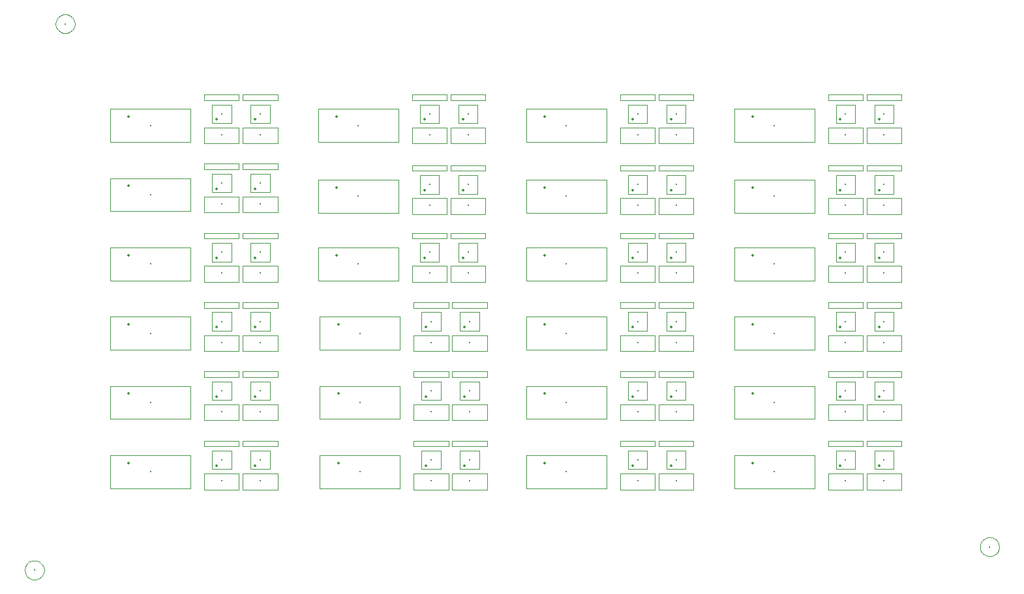
<source format=gbr>
%TF.GenerationSoftware,KiCad,Pcbnew,(7.0.0)*%
%TF.CreationDate,2023-04-04T10:04:00-04:00*%
%TF.ProjectId,bracket-led,62726163-6b65-4742-9d6c-65642e6b6963,A*%
%TF.SameCoordinates,Original*%
%TF.FileFunction,Component,L1,Top*%
%TF.FilePolarity,Positive*%
%FSLAX46Y46*%
G04 Gerber Fmt 4.6, Leading zero omitted, Abs format (unit mm)*
G04 Created by KiCad (PCBNEW (7.0.0)) date 2023-04-04 10:04:00*
%MOMM*%
%LPD*%
G01*
G04 APERTURE LIST*
%TA.AperFunction,ComponentMain*%
%ADD10C,0.300000*%
%TD*%
%TA.AperFunction,ComponentOutline,Courtyard*%
%ADD11C,0.100000*%
%TD*%
%TA.AperFunction,ComponentPin*%
%ADD12C,0.000000*%
%TD*%
%TA.AperFunction,ComponentPin*%
%ADD13P,0.360000X4X0.000000*%
%TD*%
G04 APERTURE END LIST*
D10*
%TO.C,"H2"*%
%TO.CFtp,"BIVAR_SLP3-150-100-R"*%
%TO.CVal,"SLP3-150-100-R"*%
%TO.CLbN,"Open Ephys"*%
%TO.CMnt,SMD*%
%TO.CRot,180*%
X255249200Y-170677760D03*
D11*
X257509799Y-171820759D02*
X252988601Y-171820759D01*
X252988601Y-169763361D01*
X257509799Y-169763361D01*
X257509799Y-171820759D01*
X257509799Y-166207359D02*
X252988601Y-166207359D01*
X252988601Y-165470761D01*
X257509799Y-165470761D01*
X257509799Y-166207359D01*
D12*
%TO.P,"H2",*%
X256519200Y-170677760D03*
X253979200Y-170677760D03*
%TD*%
D10*
%TO.C,"H1"*%
%TO.CFtp,"BIVAR_SLP3-150-100-R"*%
%TO.CVal,"SLP3-150-100-R"*%
%TO.CLbN,"Open Ephys"*%
%TO.CMnt,SMD*%
%TO.CRot,180*%
X260249200Y-170677760D03*
D11*
X262509799Y-171820759D02*
X257988601Y-171820759D01*
X257988601Y-169763361D01*
X262509799Y-169763361D01*
X262509799Y-171820759D01*
X262509799Y-166207359D02*
X257988601Y-166207359D01*
X257988601Y-165470761D01*
X262509799Y-165470761D01*
X262509799Y-166207359D01*
D12*
%TO.P,"H1",*%
X261519200Y-170677760D03*
X258979200Y-170677760D03*
%TD*%
D10*
%TO.C,"D2"*%
%TO.CFtp,"EVERLIGHT_6-SMD-1.6x1.6"*%
%TO.CVal,"LED_RGB"*%
%TO.CLbN,"Open Ephys"*%
%TO.CMnt,SMD*%
%TO.CRot,180*%
X260249200Y-167977760D03*
D11*
X261499199Y-169177759D02*
X258999201Y-169177759D01*
X258999201Y-166777761D01*
X261499199Y-166777761D01*
X261499199Y-169177759D01*
D13*
%TO.P,"D2","1","BA"*%
X259574200Y-168702760D03*
D12*
%TO.P,"D2","2","BK"*%
X260924200Y-168702760D03*
%TO.P,"D2","3","RA"*%
X259499200Y-167977760D03*
%TO.P,"D2","4","RK"*%
X260999200Y-167977760D03*
%TO.P,"D2","5","GA"*%
X259574200Y-167252760D03*
%TO.P,"D2","6","GK"*%
X260924200Y-167252760D03*
%TD*%
D10*
%TO.C,"D1"*%
%TO.CFtp,"EVERLIGHT_6-SMD-1.6x1.6"*%
%TO.CVal,"LED_RGB"*%
%TO.CLbN,"Open Ephys"*%
%TO.CMnt,SMD*%
%TO.CRot,180*%
X255249200Y-167977760D03*
D11*
X256499199Y-169177759D02*
X253999201Y-169177759D01*
X253999201Y-166777761D01*
X256499199Y-166777761D01*
X256499199Y-169177759D01*
D13*
%TO.P,"D1","1","BA"*%
X254574200Y-168702760D03*
D12*
%TO.P,"D1","2","BK"*%
X255924200Y-168702760D03*
%TO.P,"D1","3","RA"*%
X254499200Y-167977760D03*
%TO.P,"D1","4","RK"*%
X255999200Y-167977760D03*
%TO.P,"D1","5","GA"*%
X254574200Y-167252760D03*
%TO.P,"D1","6","GK"*%
X255924200Y-167252760D03*
%TD*%
D10*
%TO.C,"J1"*%
%TO.CFtp,"JST_SM08B-SURS-TF(LF)(SN)"*%
%TO.CVal,"SM08B-SURS-TF(LF)(SN)"*%
%TO.CLbN,"Open Ephys"*%
%TO.CMnt,SMD*%
%TO.CRot,0*%
X246000000Y-169500000D03*
D11*
X251199999Y-171649999D02*
X240800001Y-171649999D01*
X240800001Y-167350001D01*
X251199999Y-167350001D01*
X251199999Y-171649999D01*
D13*
%TO.P,"J1","1","Pin_1"*%
X243200000Y-168350000D03*
D12*
%TO.P,"J1","2","Pin_2"*%
X244000000Y-168350000D03*
%TO.P,"J1","3","Pin_3"*%
X244800000Y-168350000D03*
%TO.P,"J1","4","Pin_4"*%
X245600000Y-168350000D03*
%TO.P,"J1","5","Pin_5"*%
X246400000Y-168350000D03*
%TO.P,"J1","6","Pin_6"*%
X247200000Y-168350000D03*
%TO.P,"J1","7","Pin_7"*%
X248000000Y-168350000D03*
%TO.P,"J1","8","Pin_8"*%
X248800000Y-168350000D03*
%TO.P,"J1","MP"*%
X241900000Y-170300000D03*
X250100000Y-170300000D03*
%TD*%
D10*
%TO.C,"H2"*%
%TO.CFtp,"BIVAR_SLP3-150-100-R"*%
%TO.CVal,"SLP3-150-100-R"*%
%TO.CLbN,"Open Ephys"*%
%TO.CMnt,SMD*%
%TO.CRot,180*%
X228249200Y-170677760D03*
D11*
X230509799Y-171820759D02*
X225988601Y-171820759D01*
X225988601Y-169763361D01*
X230509799Y-169763361D01*
X230509799Y-171820759D01*
X230509799Y-166207359D02*
X225988601Y-166207359D01*
X225988601Y-165470761D01*
X230509799Y-165470761D01*
X230509799Y-166207359D01*
D12*
%TO.P,"H2",*%
X229519200Y-170677760D03*
X226979200Y-170677760D03*
%TD*%
D10*
%TO.C,"H1"*%
%TO.CFtp,"BIVAR_SLP3-150-100-R"*%
%TO.CVal,"SLP3-150-100-R"*%
%TO.CLbN,"Open Ephys"*%
%TO.CMnt,SMD*%
%TO.CRot,180*%
X233249200Y-170677760D03*
D11*
X235509799Y-171820759D02*
X230988601Y-171820759D01*
X230988601Y-169763361D01*
X235509799Y-169763361D01*
X235509799Y-171820759D01*
X235509799Y-166207359D02*
X230988601Y-166207359D01*
X230988601Y-165470761D01*
X235509799Y-165470761D01*
X235509799Y-166207359D01*
D12*
%TO.P,"H1",*%
X234519200Y-170677760D03*
X231979200Y-170677760D03*
%TD*%
D10*
%TO.C,"D2"*%
%TO.CFtp,"EVERLIGHT_6-SMD-1.6x1.6"*%
%TO.CVal,"LED_RGB"*%
%TO.CLbN,"Open Ephys"*%
%TO.CMnt,SMD*%
%TO.CRot,180*%
X233249200Y-167977760D03*
D11*
X234499199Y-169177759D02*
X231999201Y-169177759D01*
X231999201Y-166777761D01*
X234499199Y-166777761D01*
X234499199Y-169177759D01*
D13*
%TO.P,"D2","1","BA"*%
X232574200Y-168702760D03*
D12*
%TO.P,"D2","2","BK"*%
X233924200Y-168702760D03*
%TO.P,"D2","3","RA"*%
X232499200Y-167977760D03*
%TO.P,"D2","4","RK"*%
X233999200Y-167977760D03*
%TO.P,"D2","5","GA"*%
X232574200Y-167252760D03*
%TO.P,"D2","6","GK"*%
X233924200Y-167252760D03*
%TD*%
D10*
%TO.C,"D1"*%
%TO.CFtp,"EVERLIGHT_6-SMD-1.6x1.6"*%
%TO.CVal,"LED_RGB"*%
%TO.CLbN,"Open Ephys"*%
%TO.CMnt,SMD*%
%TO.CRot,180*%
X228249200Y-167977760D03*
D11*
X229499199Y-169177759D02*
X226999201Y-169177759D01*
X226999201Y-166777761D01*
X229499199Y-166777761D01*
X229499199Y-169177759D01*
D13*
%TO.P,"D1","1","BA"*%
X227574200Y-168702760D03*
D12*
%TO.P,"D1","2","BK"*%
X228924200Y-168702760D03*
%TO.P,"D1","3","RA"*%
X227499200Y-167977760D03*
%TO.P,"D1","4","RK"*%
X228999200Y-167977760D03*
%TO.P,"D1","5","GA"*%
X227574200Y-167252760D03*
%TO.P,"D1","6","GK"*%
X228924200Y-167252760D03*
%TD*%
D10*
%TO.C,"J1"*%
%TO.CFtp,"JST_SM08B-SURS-TF(LF)(SN)"*%
%TO.CVal,"SM08B-SURS-TF(LF)(SN)"*%
%TO.CLbN,"Open Ephys"*%
%TO.CMnt,SMD*%
%TO.CRot,0*%
X219000000Y-169500000D03*
D11*
X224199999Y-171649999D02*
X213800001Y-171649999D01*
X213800001Y-167350001D01*
X224199999Y-167350001D01*
X224199999Y-171649999D01*
D13*
%TO.P,"J1","1","Pin_1"*%
X216200000Y-168350000D03*
D12*
%TO.P,"J1","2","Pin_2"*%
X217000000Y-168350000D03*
%TO.P,"J1","3","Pin_3"*%
X217800000Y-168350000D03*
%TO.P,"J1","4","Pin_4"*%
X218600000Y-168350000D03*
%TO.P,"J1","5","Pin_5"*%
X219400000Y-168350000D03*
%TO.P,"J1","6","Pin_6"*%
X220200000Y-168350000D03*
%TO.P,"J1","7","Pin_7"*%
X221000000Y-168350000D03*
%TO.P,"J1","8","Pin_8"*%
X221800000Y-168350000D03*
%TO.P,"J1","MP"*%
X214900000Y-170300000D03*
X223100000Y-170300000D03*
%TD*%
D10*
%TO.C,"H2"*%
%TO.CFtp,"BIVAR_SLP3-150-100-R"*%
%TO.CVal,"SLP3-150-100-R"*%
%TO.CLbN,"Open Ephys"*%
%TO.CMnt,SMD*%
%TO.CRot,180*%
X201449200Y-170677760D03*
D11*
X203709799Y-171820759D02*
X199188601Y-171820759D01*
X199188601Y-169763361D01*
X203709799Y-169763361D01*
X203709799Y-171820759D01*
X203709799Y-166207359D02*
X199188601Y-166207359D01*
X199188601Y-165470761D01*
X203709799Y-165470761D01*
X203709799Y-166207359D01*
D12*
%TO.P,"H2",*%
X202719200Y-170677760D03*
X200179200Y-170677760D03*
%TD*%
D10*
%TO.C,"H1"*%
%TO.CFtp,"BIVAR_SLP3-150-100-R"*%
%TO.CVal,"SLP3-150-100-R"*%
%TO.CLbN,"Open Ephys"*%
%TO.CMnt,SMD*%
%TO.CRot,180*%
X206449200Y-170677760D03*
D11*
X208709799Y-171820759D02*
X204188601Y-171820759D01*
X204188601Y-169763361D01*
X208709799Y-169763361D01*
X208709799Y-171820759D01*
X208709799Y-166207359D02*
X204188601Y-166207359D01*
X204188601Y-165470761D01*
X208709799Y-165470761D01*
X208709799Y-166207359D01*
D12*
%TO.P,"H1",*%
X207719200Y-170677760D03*
X205179200Y-170677760D03*
%TD*%
D10*
%TO.C,"D2"*%
%TO.CFtp,"EVERLIGHT_6-SMD-1.6x1.6"*%
%TO.CVal,"LED_RGB"*%
%TO.CLbN,"Open Ephys"*%
%TO.CMnt,SMD*%
%TO.CRot,180*%
X206449200Y-167977760D03*
D11*
X207699199Y-169177759D02*
X205199201Y-169177759D01*
X205199201Y-166777761D01*
X207699199Y-166777761D01*
X207699199Y-169177759D01*
D13*
%TO.P,"D2","1","BA"*%
X205774200Y-168702760D03*
D12*
%TO.P,"D2","2","BK"*%
X207124200Y-168702760D03*
%TO.P,"D2","3","RA"*%
X205699200Y-167977760D03*
%TO.P,"D2","4","RK"*%
X207199200Y-167977760D03*
%TO.P,"D2","5","GA"*%
X205774200Y-167252760D03*
%TO.P,"D2","6","GK"*%
X207124200Y-167252760D03*
%TD*%
D10*
%TO.C,"D1"*%
%TO.CFtp,"EVERLIGHT_6-SMD-1.6x1.6"*%
%TO.CVal,"LED_RGB"*%
%TO.CLbN,"Open Ephys"*%
%TO.CMnt,SMD*%
%TO.CRot,180*%
X201449200Y-167977760D03*
D11*
X202699199Y-169177759D02*
X200199201Y-169177759D01*
X200199201Y-166777761D01*
X202699199Y-166777761D01*
X202699199Y-169177759D01*
D13*
%TO.P,"D1","1","BA"*%
X200774200Y-168702760D03*
D12*
%TO.P,"D1","2","BK"*%
X202124200Y-168702760D03*
%TO.P,"D1","3","RA"*%
X200699200Y-167977760D03*
%TO.P,"D1","4","RK"*%
X202199200Y-167977760D03*
%TO.P,"D1","5","GA"*%
X200774200Y-167252760D03*
%TO.P,"D1","6","GK"*%
X202124200Y-167252760D03*
%TD*%
D10*
%TO.C,"J1"*%
%TO.CFtp,"JST_SM08B-SURS-TF(LF)(SN)"*%
%TO.CVal,"SM08B-SURS-TF(LF)(SN)"*%
%TO.CLbN,"Open Ephys"*%
%TO.CMnt,SMD*%
%TO.CRot,0*%
X192200000Y-169500000D03*
D11*
X197399999Y-171649999D02*
X187000001Y-171649999D01*
X187000001Y-167350001D01*
X197399999Y-167350001D01*
X197399999Y-171649999D01*
D13*
%TO.P,"J1","1","Pin_1"*%
X189400000Y-168350000D03*
D12*
%TO.P,"J1","2","Pin_2"*%
X190200000Y-168350000D03*
%TO.P,"J1","3","Pin_3"*%
X191000000Y-168350000D03*
%TO.P,"J1","4","Pin_4"*%
X191800000Y-168350000D03*
%TO.P,"J1","5","Pin_5"*%
X192600000Y-168350000D03*
%TO.P,"J1","6","Pin_6"*%
X193400000Y-168350000D03*
%TO.P,"J1","7","Pin_7"*%
X194200000Y-168350000D03*
%TO.P,"J1","8","Pin_8"*%
X195000000Y-168350000D03*
%TO.P,"J1","MP"*%
X188100000Y-170300000D03*
X196300000Y-170300000D03*
%TD*%
D10*
%TO.C,"H2"*%
%TO.CFtp,"BIVAR_SLP3-150-100-R"*%
%TO.CVal,"SLP3-150-100-R"*%
%TO.CLbN,"Open Ephys"*%
%TO.CMnt,SMD*%
%TO.CRot,180*%
X174249200Y-170677760D03*
D11*
X176509799Y-171820759D02*
X171988601Y-171820759D01*
X171988601Y-169763361D01*
X176509799Y-169763361D01*
X176509799Y-171820759D01*
X176509799Y-166207359D02*
X171988601Y-166207359D01*
X171988601Y-165470761D01*
X176509799Y-165470761D01*
X176509799Y-166207359D01*
D12*
%TO.P,"H2",*%
X175519200Y-170677760D03*
X172979200Y-170677760D03*
%TD*%
D10*
%TO.C,"H1"*%
%TO.CFtp,"BIVAR_SLP3-150-100-R"*%
%TO.CVal,"SLP3-150-100-R"*%
%TO.CLbN,"Open Ephys"*%
%TO.CMnt,SMD*%
%TO.CRot,180*%
X179249200Y-170677760D03*
D11*
X181509799Y-171820759D02*
X176988601Y-171820759D01*
X176988601Y-169763361D01*
X181509799Y-169763361D01*
X181509799Y-171820759D01*
X181509799Y-166207359D02*
X176988601Y-166207359D01*
X176988601Y-165470761D01*
X181509799Y-165470761D01*
X181509799Y-166207359D01*
D12*
%TO.P,"H1",*%
X180519200Y-170677760D03*
X177979200Y-170677760D03*
%TD*%
D10*
%TO.C,"D2"*%
%TO.CFtp,"EVERLIGHT_6-SMD-1.6x1.6"*%
%TO.CVal,"LED_RGB"*%
%TO.CLbN,"Open Ephys"*%
%TO.CMnt,SMD*%
%TO.CRot,180*%
X179249200Y-167977760D03*
D11*
X180499199Y-169177759D02*
X177999201Y-169177759D01*
X177999201Y-166777761D01*
X180499199Y-166777761D01*
X180499199Y-169177759D01*
D13*
%TO.P,"D2","1","BA"*%
X178574200Y-168702760D03*
D12*
%TO.P,"D2","2","BK"*%
X179924200Y-168702760D03*
%TO.P,"D2","3","RA"*%
X178499200Y-167977760D03*
%TO.P,"D2","4","RK"*%
X179999200Y-167977760D03*
%TO.P,"D2","5","GA"*%
X178574200Y-167252760D03*
%TO.P,"D2","6","GK"*%
X179924200Y-167252760D03*
%TD*%
D10*
%TO.C,"D1"*%
%TO.CFtp,"EVERLIGHT_6-SMD-1.6x1.6"*%
%TO.CVal,"LED_RGB"*%
%TO.CLbN,"Open Ephys"*%
%TO.CMnt,SMD*%
%TO.CRot,180*%
X174249200Y-167977760D03*
D11*
X175499199Y-169177759D02*
X172999201Y-169177759D01*
X172999201Y-166777761D01*
X175499199Y-166777761D01*
X175499199Y-169177759D01*
D13*
%TO.P,"D1","1","BA"*%
X173574200Y-168702760D03*
D12*
%TO.P,"D1","2","BK"*%
X174924200Y-168702760D03*
%TO.P,"D1","3","RA"*%
X173499200Y-167977760D03*
%TO.P,"D1","4","RK"*%
X174999200Y-167977760D03*
%TO.P,"D1","5","GA"*%
X173574200Y-167252760D03*
%TO.P,"D1","6","GK"*%
X174924200Y-167252760D03*
%TD*%
D10*
%TO.C,"J1"*%
%TO.CFtp,"JST_SM08B-SURS-TF(LF)(SN)"*%
%TO.CVal,"SM08B-SURS-TF(LF)(SN)"*%
%TO.CLbN,"Open Ephys"*%
%TO.CMnt,SMD*%
%TO.CRot,0*%
X165000000Y-169500000D03*
D11*
X170199999Y-171649999D02*
X159800001Y-171649999D01*
X159800001Y-167350001D01*
X170199999Y-167350001D01*
X170199999Y-171649999D01*
D13*
%TO.P,"J1","1","Pin_1"*%
X162200000Y-168350000D03*
D12*
%TO.P,"J1","2","Pin_2"*%
X163000000Y-168350000D03*
%TO.P,"J1","3","Pin_3"*%
X163800000Y-168350000D03*
%TO.P,"J1","4","Pin_4"*%
X164600000Y-168350000D03*
%TO.P,"J1","5","Pin_5"*%
X165400000Y-168350000D03*
%TO.P,"J1","6","Pin_6"*%
X166200000Y-168350000D03*
%TO.P,"J1","7","Pin_7"*%
X167000000Y-168350000D03*
%TO.P,"J1","8","Pin_8"*%
X167800000Y-168350000D03*
%TO.P,"J1","MP"*%
X160900000Y-170300000D03*
X169100000Y-170300000D03*
%TD*%
D10*
%TO.C,"H2"*%
%TO.CFtp,"BIVAR_SLP3-150-100-R"*%
%TO.CVal,"SLP3-150-100-R"*%
%TO.CLbN,"Open Ephys"*%
%TO.CMnt,SMD*%
%TO.CRot,180*%
X255249200Y-161677760D03*
D11*
X257509799Y-162820759D02*
X252988601Y-162820759D01*
X252988601Y-160763361D01*
X257509799Y-160763361D01*
X257509799Y-162820759D01*
X257509799Y-157207359D02*
X252988601Y-157207359D01*
X252988601Y-156470761D01*
X257509799Y-156470761D01*
X257509799Y-157207359D01*
D12*
%TO.P,"H2",*%
X256519200Y-161677760D03*
X253979200Y-161677760D03*
%TD*%
D10*
%TO.C,"H1"*%
%TO.CFtp,"BIVAR_SLP3-150-100-R"*%
%TO.CVal,"SLP3-150-100-R"*%
%TO.CLbN,"Open Ephys"*%
%TO.CMnt,SMD*%
%TO.CRot,180*%
X260249200Y-161677760D03*
D11*
X262509799Y-162820759D02*
X257988601Y-162820759D01*
X257988601Y-160763361D01*
X262509799Y-160763361D01*
X262509799Y-162820759D01*
X262509799Y-157207359D02*
X257988601Y-157207359D01*
X257988601Y-156470761D01*
X262509799Y-156470761D01*
X262509799Y-157207359D01*
D12*
%TO.P,"H1",*%
X261519200Y-161677760D03*
X258979200Y-161677760D03*
%TD*%
D10*
%TO.C,"D2"*%
%TO.CFtp,"EVERLIGHT_6-SMD-1.6x1.6"*%
%TO.CVal,"LED_RGB"*%
%TO.CLbN,"Open Ephys"*%
%TO.CMnt,SMD*%
%TO.CRot,180*%
X260249200Y-158977760D03*
D11*
X261499199Y-160177759D02*
X258999201Y-160177759D01*
X258999201Y-157777761D01*
X261499199Y-157777761D01*
X261499199Y-160177759D01*
D13*
%TO.P,"D2","1","BA"*%
X259574200Y-159702760D03*
D12*
%TO.P,"D2","2","BK"*%
X260924200Y-159702760D03*
%TO.P,"D2","3","RA"*%
X259499200Y-158977760D03*
%TO.P,"D2","4","RK"*%
X260999200Y-158977760D03*
%TO.P,"D2","5","GA"*%
X259574200Y-158252760D03*
%TO.P,"D2","6","GK"*%
X260924200Y-158252760D03*
%TD*%
D10*
%TO.C,"D1"*%
%TO.CFtp,"EVERLIGHT_6-SMD-1.6x1.6"*%
%TO.CVal,"LED_RGB"*%
%TO.CLbN,"Open Ephys"*%
%TO.CMnt,SMD*%
%TO.CRot,180*%
X255249200Y-158977760D03*
D11*
X256499199Y-160177759D02*
X253999201Y-160177759D01*
X253999201Y-157777761D01*
X256499199Y-157777761D01*
X256499199Y-160177759D01*
D13*
%TO.P,"D1","1","BA"*%
X254574200Y-159702760D03*
D12*
%TO.P,"D1","2","BK"*%
X255924200Y-159702760D03*
%TO.P,"D1","3","RA"*%
X254499200Y-158977760D03*
%TO.P,"D1","4","RK"*%
X255999200Y-158977760D03*
%TO.P,"D1","5","GA"*%
X254574200Y-158252760D03*
%TO.P,"D1","6","GK"*%
X255924200Y-158252760D03*
%TD*%
D10*
%TO.C,"J1"*%
%TO.CFtp,"JST_SM08B-SURS-TF(LF)(SN)"*%
%TO.CVal,"SM08B-SURS-TF(LF)(SN)"*%
%TO.CLbN,"Open Ephys"*%
%TO.CMnt,SMD*%
%TO.CRot,0*%
X246000000Y-160500000D03*
D11*
X251199999Y-162649999D02*
X240800001Y-162649999D01*
X240800001Y-158350001D01*
X251199999Y-158350001D01*
X251199999Y-162649999D01*
D13*
%TO.P,"J1","1","Pin_1"*%
X243200000Y-159350000D03*
D12*
%TO.P,"J1","2","Pin_2"*%
X244000000Y-159350000D03*
%TO.P,"J1","3","Pin_3"*%
X244800000Y-159350000D03*
%TO.P,"J1","4","Pin_4"*%
X245600000Y-159350000D03*
%TO.P,"J1","5","Pin_5"*%
X246400000Y-159350000D03*
%TO.P,"J1","6","Pin_6"*%
X247200000Y-159350000D03*
%TO.P,"J1","7","Pin_7"*%
X248000000Y-159350000D03*
%TO.P,"J1","8","Pin_8"*%
X248800000Y-159350000D03*
%TO.P,"J1","MP"*%
X241900000Y-161300000D03*
X250100000Y-161300000D03*
%TD*%
D10*
%TO.C,"H2"*%
%TO.CFtp,"BIVAR_SLP3-150-100-R"*%
%TO.CVal,"SLP3-150-100-R"*%
%TO.CLbN,"Open Ephys"*%
%TO.CMnt,SMD*%
%TO.CRot,180*%
X228249200Y-161677760D03*
D11*
X230509799Y-162820759D02*
X225988601Y-162820759D01*
X225988601Y-160763361D01*
X230509799Y-160763361D01*
X230509799Y-162820759D01*
X230509799Y-157207359D02*
X225988601Y-157207359D01*
X225988601Y-156470761D01*
X230509799Y-156470761D01*
X230509799Y-157207359D01*
D12*
%TO.P,"H2",*%
X229519200Y-161677760D03*
X226979200Y-161677760D03*
%TD*%
D10*
%TO.C,"H1"*%
%TO.CFtp,"BIVAR_SLP3-150-100-R"*%
%TO.CVal,"SLP3-150-100-R"*%
%TO.CLbN,"Open Ephys"*%
%TO.CMnt,SMD*%
%TO.CRot,180*%
X233249200Y-161677760D03*
D11*
X235509799Y-162820759D02*
X230988601Y-162820759D01*
X230988601Y-160763361D01*
X235509799Y-160763361D01*
X235509799Y-162820759D01*
X235509799Y-157207359D02*
X230988601Y-157207359D01*
X230988601Y-156470761D01*
X235509799Y-156470761D01*
X235509799Y-157207359D01*
D12*
%TO.P,"H1",*%
X234519200Y-161677760D03*
X231979200Y-161677760D03*
%TD*%
D10*
%TO.C,"D2"*%
%TO.CFtp,"EVERLIGHT_6-SMD-1.6x1.6"*%
%TO.CVal,"LED_RGB"*%
%TO.CLbN,"Open Ephys"*%
%TO.CMnt,SMD*%
%TO.CRot,180*%
X233249200Y-158977760D03*
D11*
X234499199Y-160177759D02*
X231999201Y-160177759D01*
X231999201Y-157777761D01*
X234499199Y-157777761D01*
X234499199Y-160177759D01*
D13*
%TO.P,"D2","1","BA"*%
X232574200Y-159702760D03*
D12*
%TO.P,"D2","2","BK"*%
X233924200Y-159702760D03*
%TO.P,"D2","3","RA"*%
X232499200Y-158977760D03*
%TO.P,"D2","4","RK"*%
X233999200Y-158977760D03*
%TO.P,"D2","5","GA"*%
X232574200Y-158252760D03*
%TO.P,"D2","6","GK"*%
X233924200Y-158252760D03*
%TD*%
D10*
%TO.C,"D1"*%
%TO.CFtp,"EVERLIGHT_6-SMD-1.6x1.6"*%
%TO.CVal,"LED_RGB"*%
%TO.CLbN,"Open Ephys"*%
%TO.CMnt,SMD*%
%TO.CRot,180*%
X228249200Y-158977760D03*
D11*
X229499199Y-160177759D02*
X226999201Y-160177759D01*
X226999201Y-157777761D01*
X229499199Y-157777761D01*
X229499199Y-160177759D01*
D13*
%TO.P,"D1","1","BA"*%
X227574200Y-159702760D03*
D12*
%TO.P,"D1","2","BK"*%
X228924200Y-159702760D03*
%TO.P,"D1","3","RA"*%
X227499200Y-158977760D03*
%TO.P,"D1","4","RK"*%
X228999200Y-158977760D03*
%TO.P,"D1","5","GA"*%
X227574200Y-158252760D03*
%TO.P,"D1","6","GK"*%
X228924200Y-158252760D03*
%TD*%
D10*
%TO.C,"J1"*%
%TO.CFtp,"JST_SM08B-SURS-TF(LF)(SN)"*%
%TO.CVal,"SM08B-SURS-TF(LF)(SN)"*%
%TO.CLbN,"Open Ephys"*%
%TO.CMnt,SMD*%
%TO.CRot,0*%
X219000000Y-160500000D03*
D11*
X224199999Y-162649999D02*
X213800001Y-162649999D01*
X213800001Y-158350001D01*
X224199999Y-158350001D01*
X224199999Y-162649999D01*
D13*
%TO.P,"J1","1","Pin_1"*%
X216200000Y-159350000D03*
D12*
%TO.P,"J1","2","Pin_2"*%
X217000000Y-159350000D03*
%TO.P,"J1","3","Pin_3"*%
X217800000Y-159350000D03*
%TO.P,"J1","4","Pin_4"*%
X218600000Y-159350000D03*
%TO.P,"J1","5","Pin_5"*%
X219400000Y-159350000D03*
%TO.P,"J1","6","Pin_6"*%
X220200000Y-159350000D03*
%TO.P,"J1","7","Pin_7"*%
X221000000Y-159350000D03*
%TO.P,"J1","8","Pin_8"*%
X221800000Y-159350000D03*
%TO.P,"J1","MP"*%
X214900000Y-161300000D03*
X223100000Y-161300000D03*
%TD*%
D10*
%TO.C,"H2"*%
%TO.CFtp,"BIVAR_SLP3-150-100-R"*%
%TO.CVal,"SLP3-150-100-R"*%
%TO.CLbN,"Open Ephys"*%
%TO.CMnt,SMD*%
%TO.CRot,180*%
X201449200Y-161677760D03*
D11*
X203709799Y-162820759D02*
X199188601Y-162820759D01*
X199188601Y-160763361D01*
X203709799Y-160763361D01*
X203709799Y-162820759D01*
X203709799Y-157207359D02*
X199188601Y-157207359D01*
X199188601Y-156470761D01*
X203709799Y-156470761D01*
X203709799Y-157207359D01*
D12*
%TO.P,"H2",*%
X202719200Y-161677760D03*
X200179200Y-161677760D03*
%TD*%
D10*
%TO.C,"H1"*%
%TO.CFtp,"BIVAR_SLP3-150-100-R"*%
%TO.CVal,"SLP3-150-100-R"*%
%TO.CLbN,"Open Ephys"*%
%TO.CMnt,SMD*%
%TO.CRot,180*%
X206449200Y-161677760D03*
D11*
X208709799Y-162820759D02*
X204188601Y-162820759D01*
X204188601Y-160763361D01*
X208709799Y-160763361D01*
X208709799Y-162820759D01*
X208709799Y-157207359D02*
X204188601Y-157207359D01*
X204188601Y-156470761D01*
X208709799Y-156470761D01*
X208709799Y-157207359D01*
D12*
%TO.P,"H1",*%
X207719200Y-161677760D03*
X205179200Y-161677760D03*
%TD*%
D10*
%TO.C,"D2"*%
%TO.CFtp,"EVERLIGHT_6-SMD-1.6x1.6"*%
%TO.CVal,"LED_RGB"*%
%TO.CLbN,"Open Ephys"*%
%TO.CMnt,SMD*%
%TO.CRot,180*%
X206449200Y-158977760D03*
D11*
X207699199Y-160177759D02*
X205199201Y-160177759D01*
X205199201Y-157777761D01*
X207699199Y-157777761D01*
X207699199Y-160177759D01*
D13*
%TO.P,"D2","1","BA"*%
X205774200Y-159702760D03*
D12*
%TO.P,"D2","2","BK"*%
X207124200Y-159702760D03*
%TO.P,"D2","3","RA"*%
X205699200Y-158977760D03*
%TO.P,"D2","4","RK"*%
X207199200Y-158977760D03*
%TO.P,"D2","5","GA"*%
X205774200Y-158252760D03*
%TO.P,"D2","6","GK"*%
X207124200Y-158252760D03*
%TD*%
D10*
%TO.C,"D1"*%
%TO.CFtp,"EVERLIGHT_6-SMD-1.6x1.6"*%
%TO.CVal,"LED_RGB"*%
%TO.CLbN,"Open Ephys"*%
%TO.CMnt,SMD*%
%TO.CRot,180*%
X201449200Y-158977760D03*
D11*
X202699199Y-160177759D02*
X200199201Y-160177759D01*
X200199201Y-157777761D01*
X202699199Y-157777761D01*
X202699199Y-160177759D01*
D13*
%TO.P,"D1","1","BA"*%
X200774200Y-159702760D03*
D12*
%TO.P,"D1","2","BK"*%
X202124200Y-159702760D03*
%TO.P,"D1","3","RA"*%
X200699200Y-158977760D03*
%TO.P,"D1","4","RK"*%
X202199200Y-158977760D03*
%TO.P,"D1","5","GA"*%
X200774200Y-158252760D03*
%TO.P,"D1","6","GK"*%
X202124200Y-158252760D03*
%TD*%
D10*
%TO.C,"J1"*%
%TO.CFtp,"JST_SM08B-SURS-TF(LF)(SN)"*%
%TO.CVal,"SM08B-SURS-TF(LF)(SN)"*%
%TO.CLbN,"Open Ephys"*%
%TO.CMnt,SMD*%
%TO.CRot,0*%
X192200000Y-160500000D03*
D11*
X197399999Y-162649999D02*
X187000001Y-162649999D01*
X187000001Y-158350001D01*
X197399999Y-158350001D01*
X197399999Y-162649999D01*
D13*
%TO.P,"J1","1","Pin_1"*%
X189400000Y-159350000D03*
D12*
%TO.P,"J1","2","Pin_2"*%
X190200000Y-159350000D03*
%TO.P,"J1","3","Pin_3"*%
X191000000Y-159350000D03*
%TO.P,"J1","4","Pin_4"*%
X191800000Y-159350000D03*
%TO.P,"J1","5","Pin_5"*%
X192600000Y-159350000D03*
%TO.P,"J1","6","Pin_6"*%
X193400000Y-159350000D03*
%TO.P,"J1","7","Pin_7"*%
X194200000Y-159350000D03*
%TO.P,"J1","8","Pin_8"*%
X195000000Y-159350000D03*
%TO.P,"J1","MP"*%
X188100000Y-161300000D03*
X196300000Y-161300000D03*
%TD*%
D10*
%TO.C,"H2"*%
%TO.CFtp,"BIVAR_SLP3-150-100-R"*%
%TO.CVal,"SLP3-150-100-R"*%
%TO.CLbN,"Open Ephys"*%
%TO.CMnt,SMD*%
%TO.CRot,180*%
X174249200Y-161677760D03*
D11*
X176509799Y-162820759D02*
X171988601Y-162820759D01*
X171988601Y-160763361D01*
X176509799Y-160763361D01*
X176509799Y-162820759D01*
X176509799Y-157207359D02*
X171988601Y-157207359D01*
X171988601Y-156470761D01*
X176509799Y-156470761D01*
X176509799Y-157207359D01*
D12*
%TO.P,"H2",*%
X175519200Y-161677760D03*
X172979200Y-161677760D03*
%TD*%
D10*
%TO.C,"H1"*%
%TO.CFtp,"BIVAR_SLP3-150-100-R"*%
%TO.CVal,"SLP3-150-100-R"*%
%TO.CLbN,"Open Ephys"*%
%TO.CMnt,SMD*%
%TO.CRot,180*%
X179249200Y-161677760D03*
D11*
X181509799Y-162820759D02*
X176988601Y-162820759D01*
X176988601Y-160763361D01*
X181509799Y-160763361D01*
X181509799Y-162820759D01*
X181509799Y-157207359D02*
X176988601Y-157207359D01*
X176988601Y-156470761D01*
X181509799Y-156470761D01*
X181509799Y-157207359D01*
D12*
%TO.P,"H1",*%
X180519200Y-161677760D03*
X177979200Y-161677760D03*
%TD*%
D10*
%TO.C,"D2"*%
%TO.CFtp,"EVERLIGHT_6-SMD-1.6x1.6"*%
%TO.CVal,"LED_RGB"*%
%TO.CLbN,"Open Ephys"*%
%TO.CMnt,SMD*%
%TO.CRot,180*%
X179249200Y-158977760D03*
D11*
X180499199Y-160177759D02*
X177999201Y-160177759D01*
X177999201Y-157777761D01*
X180499199Y-157777761D01*
X180499199Y-160177759D01*
D13*
%TO.P,"D2","1","BA"*%
X178574200Y-159702760D03*
D12*
%TO.P,"D2","2","BK"*%
X179924200Y-159702760D03*
%TO.P,"D2","3","RA"*%
X178499200Y-158977760D03*
%TO.P,"D2","4","RK"*%
X179999200Y-158977760D03*
%TO.P,"D2","5","GA"*%
X178574200Y-158252760D03*
%TO.P,"D2","6","GK"*%
X179924200Y-158252760D03*
%TD*%
D10*
%TO.C,"D1"*%
%TO.CFtp,"EVERLIGHT_6-SMD-1.6x1.6"*%
%TO.CVal,"LED_RGB"*%
%TO.CLbN,"Open Ephys"*%
%TO.CMnt,SMD*%
%TO.CRot,180*%
X174249200Y-158977760D03*
D11*
X175499199Y-160177759D02*
X172999201Y-160177759D01*
X172999201Y-157777761D01*
X175499199Y-157777761D01*
X175499199Y-160177759D01*
D13*
%TO.P,"D1","1","BA"*%
X173574200Y-159702760D03*
D12*
%TO.P,"D1","2","BK"*%
X174924200Y-159702760D03*
%TO.P,"D1","3","RA"*%
X173499200Y-158977760D03*
%TO.P,"D1","4","RK"*%
X174999200Y-158977760D03*
%TO.P,"D1","5","GA"*%
X173574200Y-158252760D03*
%TO.P,"D1","6","GK"*%
X174924200Y-158252760D03*
%TD*%
D10*
%TO.C,"J1"*%
%TO.CFtp,"JST_SM08B-SURS-TF(LF)(SN)"*%
%TO.CVal,"SM08B-SURS-TF(LF)(SN)"*%
%TO.CLbN,"Open Ephys"*%
%TO.CMnt,SMD*%
%TO.CRot,0*%
X165000000Y-160500000D03*
D11*
X170199999Y-162649999D02*
X159800001Y-162649999D01*
X159800001Y-158350001D01*
X170199999Y-158350001D01*
X170199999Y-162649999D01*
D13*
%TO.P,"J1","1","Pin_1"*%
X162200000Y-159350000D03*
D12*
%TO.P,"J1","2","Pin_2"*%
X163000000Y-159350000D03*
%TO.P,"J1","3","Pin_3"*%
X163800000Y-159350000D03*
%TO.P,"J1","4","Pin_4"*%
X164600000Y-159350000D03*
%TO.P,"J1","5","Pin_5"*%
X165400000Y-159350000D03*
%TO.P,"J1","6","Pin_6"*%
X166200000Y-159350000D03*
%TO.P,"J1","7","Pin_7"*%
X167000000Y-159350000D03*
%TO.P,"J1","8","Pin_8"*%
X167800000Y-159350000D03*
%TO.P,"J1","MP"*%
X160900000Y-161300000D03*
X169100000Y-161300000D03*
%TD*%
D10*
%TO.C,"H2"*%
%TO.CFtp,"BIVAR_SLP3-150-100-R"*%
%TO.CVal,"SLP3-150-100-R"*%
%TO.CLbN,"Open Ephys"*%
%TO.CMnt,SMD*%
%TO.CRot,180*%
X255249200Y-152677760D03*
D11*
X257509799Y-153820759D02*
X252988601Y-153820759D01*
X252988601Y-151763361D01*
X257509799Y-151763361D01*
X257509799Y-153820759D01*
X257509799Y-148207359D02*
X252988601Y-148207359D01*
X252988601Y-147470761D01*
X257509799Y-147470761D01*
X257509799Y-148207359D01*
D12*
%TO.P,"H2",*%
X256519200Y-152677760D03*
X253979200Y-152677760D03*
%TD*%
D10*
%TO.C,"H1"*%
%TO.CFtp,"BIVAR_SLP3-150-100-R"*%
%TO.CVal,"SLP3-150-100-R"*%
%TO.CLbN,"Open Ephys"*%
%TO.CMnt,SMD*%
%TO.CRot,180*%
X260249200Y-152677760D03*
D11*
X262509799Y-153820759D02*
X257988601Y-153820759D01*
X257988601Y-151763361D01*
X262509799Y-151763361D01*
X262509799Y-153820759D01*
X262509799Y-148207359D02*
X257988601Y-148207359D01*
X257988601Y-147470761D01*
X262509799Y-147470761D01*
X262509799Y-148207359D01*
D12*
%TO.P,"H1",*%
X261519200Y-152677760D03*
X258979200Y-152677760D03*
%TD*%
D10*
%TO.C,"D2"*%
%TO.CFtp,"EVERLIGHT_6-SMD-1.6x1.6"*%
%TO.CVal,"LED_RGB"*%
%TO.CLbN,"Open Ephys"*%
%TO.CMnt,SMD*%
%TO.CRot,180*%
X260249200Y-149977760D03*
D11*
X261499199Y-151177759D02*
X258999201Y-151177759D01*
X258999201Y-148777761D01*
X261499199Y-148777761D01*
X261499199Y-151177759D01*
D13*
%TO.P,"D2","1","BA"*%
X259574200Y-150702760D03*
D12*
%TO.P,"D2","2","BK"*%
X260924200Y-150702760D03*
%TO.P,"D2","3","RA"*%
X259499200Y-149977760D03*
%TO.P,"D2","4","RK"*%
X260999200Y-149977760D03*
%TO.P,"D2","5","GA"*%
X259574200Y-149252760D03*
%TO.P,"D2","6","GK"*%
X260924200Y-149252760D03*
%TD*%
D10*
%TO.C,"D1"*%
%TO.CFtp,"EVERLIGHT_6-SMD-1.6x1.6"*%
%TO.CVal,"LED_RGB"*%
%TO.CLbN,"Open Ephys"*%
%TO.CMnt,SMD*%
%TO.CRot,180*%
X255249200Y-149977760D03*
D11*
X256499199Y-151177759D02*
X253999201Y-151177759D01*
X253999201Y-148777761D01*
X256499199Y-148777761D01*
X256499199Y-151177759D01*
D13*
%TO.P,"D1","1","BA"*%
X254574200Y-150702760D03*
D12*
%TO.P,"D1","2","BK"*%
X255924200Y-150702760D03*
%TO.P,"D1","3","RA"*%
X254499200Y-149977760D03*
%TO.P,"D1","4","RK"*%
X255999200Y-149977760D03*
%TO.P,"D1","5","GA"*%
X254574200Y-149252760D03*
%TO.P,"D1","6","GK"*%
X255924200Y-149252760D03*
%TD*%
D10*
%TO.C,"J1"*%
%TO.CFtp,"JST_SM08B-SURS-TF(LF)(SN)"*%
%TO.CVal,"SM08B-SURS-TF(LF)(SN)"*%
%TO.CLbN,"Open Ephys"*%
%TO.CMnt,SMD*%
%TO.CRot,0*%
X246000000Y-151500000D03*
D11*
X251199999Y-153649999D02*
X240800001Y-153649999D01*
X240800001Y-149350001D01*
X251199999Y-149350001D01*
X251199999Y-153649999D01*
D13*
%TO.P,"J1","1","Pin_1"*%
X243200000Y-150350000D03*
D12*
%TO.P,"J1","2","Pin_2"*%
X244000000Y-150350000D03*
%TO.P,"J1","3","Pin_3"*%
X244800000Y-150350000D03*
%TO.P,"J1","4","Pin_4"*%
X245600000Y-150350000D03*
%TO.P,"J1","5","Pin_5"*%
X246400000Y-150350000D03*
%TO.P,"J1","6","Pin_6"*%
X247200000Y-150350000D03*
%TO.P,"J1","7","Pin_7"*%
X248000000Y-150350000D03*
%TO.P,"J1","8","Pin_8"*%
X248800000Y-150350000D03*
%TO.P,"J1","MP"*%
X241900000Y-152300000D03*
X250100000Y-152300000D03*
%TD*%
D10*
%TO.C,"H2"*%
%TO.CFtp,"BIVAR_SLP3-150-100-R"*%
%TO.CVal,"SLP3-150-100-R"*%
%TO.CLbN,"Open Ephys"*%
%TO.CMnt,SMD*%
%TO.CRot,180*%
X228249200Y-152677760D03*
D11*
X230509799Y-153820759D02*
X225988601Y-153820759D01*
X225988601Y-151763361D01*
X230509799Y-151763361D01*
X230509799Y-153820759D01*
X230509799Y-148207359D02*
X225988601Y-148207359D01*
X225988601Y-147470761D01*
X230509799Y-147470761D01*
X230509799Y-148207359D01*
D12*
%TO.P,"H2",*%
X229519200Y-152677760D03*
X226979200Y-152677760D03*
%TD*%
D10*
%TO.C,"H1"*%
%TO.CFtp,"BIVAR_SLP3-150-100-R"*%
%TO.CVal,"SLP3-150-100-R"*%
%TO.CLbN,"Open Ephys"*%
%TO.CMnt,SMD*%
%TO.CRot,180*%
X233249200Y-152677760D03*
D11*
X235509799Y-153820759D02*
X230988601Y-153820759D01*
X230988601Y-151763361D01*
X235509799Y-151763361D01*
X235509799Y-153820759D01*
X235509799Y-148207359D02*
X230988601Y-148207359D01*
X230988601Y-147470761D01*
X235509799Y-147470761D01*
X235509799Y-148207359D01*
D12*
%TO.P,"H1",*%
X234519200Y-152677760D03*
X231979200Y-152677760D03*
%TD*%
D10*
%TO.C,"D2"*%
%TO.CFtp,"EVERLIGHT_6-SMD-1.6x1.6"*%
%TO.CVal,"LED_RGB"*%
%TO.CLbN,"Open Ephys"*%
%TO.CMnt,SMD*%
%TO.CRot,180*%
X233249200Y-149977760D03*
D11*
X234499199Y-151177759D02*
X231999201Y-151177759D01*
X231999201Y-148777761D01*
X234499199Y-148777761D01*
X234499199Y-151177759D01*
D13*
%TO.P,"D2","1","BA"*%
X232574200Y-150702760D03*
D12*
%TO.P,"D2","2","BK"*%
X233924200Y-150702760D03*
%TO.P,"D2","3","RA"*%
X232499200Y-149977760D03*
%TO.P,"D2","4","RK"*%
X233999200Y-149977760D03*
%TO.P,"D2","5","GA"*%
X232574200Y-149252760D03*
%TO.P,"D2","6","GK"*%
X233924200Y-149252760D03*
%TD*%
D10*
%TO.C,"D1"*%
%TO.CFtp,"EVERLIGHT_6-SMD-1.6x1.6"*%
%TO.CVal,"LED_RGB"*%
%TO.CLbN,"Open Ephys"*%
%TO.CMnt,SMD*%
%TO.CRot,180*%
X228249200Y-149977760D03*
D11*
X229499199Y-151177759D02*
X226999201Y-151177759D01*
X226999201Y-148777761D01*
X229499199Y-148777761D01*
X229499199Y-151177759D01*
D13*
%TO.P,"D1","1","BA"*%
X227574200Y-150702760D03*
D12*
%TO.P,"D1","2","BK"*%
X228924200Y-150702760D03*
%TO.P,"D1","3","RA"*%
X227499200Y-149977760D03*
%TO.P,"D1","4","RK"*%
X228999200Y-149977760D03*
%TO.P,"D1","5","GA"*%
X227574200Y-149252760D03*
%TO.P,"D1","6","GK"*%
X228924200Y-149252760D03*
%TD*%
D10*
%TO.C,"J1"*%
%TO.CFtp,"JST_SM08B-SURS-TF(LF)(SN)"*%
%TO.CVal,"SM08B-SURS-TF(LF)(SN)"*%
%TO.CLbN,"Open Ephys"*%
%TO.CMnt,SMD*%
%TO.CRot,0*%
X219000000Y-151500000D03*
D11*
X224199999Y-153649999D02*
X213800001Y-153649999D01*
X213800001Y-149350001D01*
X224199999Y-149350001D01*
X224199999Y-153649999D01*
D13*
%TO.P,"J1","1","Pin_1"*%
X216200000Y-150350000D03*
D12*
%TO.P,"J1","2","Pin_2"*%
X217000000Y-150350000D03*
%TO.P,"J1","3","Pin_3"*%
X217800000Y-150350000D03*
%TO.P,"J1","4","Pin_4"*%
X218600000Y-150350000D03*
%TO.P,"J1","5","Pin_5"*%
X219400000Y-150350000D03*
%TO.P,"J1","6","Pin_6"*%
X220200000Y-150350000D03*
%TO.P,"J1","7","Pin_7"*%
X221000000Y-150350000D03*
%TO.P,"J1","8","Pin_8"*%
X221800000Y-150350000D03*
%TO.P,"J1","MP"*%
X214900000Y-152300000D03*
X223100000Y-152300000D03*
%TD*%
D10*
%TO.C,"H2"*%
%TO.CFtp,"BIVAR_SLP3-150-100-R"*%
%TO.CVal,"SLP3-150-100-R"*%
%TO.CLbN,"Open Ephys"*%
%TO.CMnt,SMD*%
%TO.CRot,180*%
X201449200Y-152677760D03*
D11*
X203709799Y-153820759D02*
X199188601Y-153820759D01*
X199188601Y-151763361D01*
X203709799Y-151763361D01*
X203709799Y-153820759D01*
X203709799Y-148207359D02*
X199188601Y-148207359D01*
X199188601Y-147470761D01*
X203709799Y-147470761D01*
X203709799Y-148207359D01*
D12*
%TO.P,"H2",*%
X202719200Y-152677760D03*
X200179200Y-152677760D03*
%TD*%
D10*
%TO.C,"H1"*%
%TO.CFtp,"BIVAR_SLP3-150-100-R"*%
%TO.CVal,"SLP3-150-100-R"*%
%TO.CLbN,"Open Ephys"*%
%TO.CMnt,SMD*%
%TO.CRot,180*%
X206449200Y-152677760D03*
D11*
X208709799Y-153820759D02*
X204188601Y-153820759D01*
X204188601Y-151763361D01*
X208709799Y-151763361D01*
X208709799Y-153820759D01*
X208709799Y-148207359D02*
X204188601Y-148207359D01*
X204188601Y-147470761D01*
X208709799Y-147470761D01*
X208709799Y-148207359D01*
D12*
%TO.P,"H1",*%
X207719200Y-152677760D03*
X205179200Y-152677760D03*
%TD*%
D10*
%TO.C,"D2"*%
%TO.CFtp,"EVERLIGHT_6-SMD-1.6x1.6"*%
%TO.CVal,"LED_RGB"*%
%TO.CLbN,"Open Ephys"*%
%TO.CMnt,SMD*%
%TO.CRot,180*%
X206449200Y-149977760D03*
D11*
X207699199Y-151177759D02*
X205199201Y-151177759D01*
X205199201Y-148777761D01*
X207699199Y-148777761D01*
X207699199Y-151177759D01*
D13*
%TO.P,"D2","1","BA"*%
X205774200Y-150702760D03*
D12*
%TO.P,"D2","2","BK"*%
X207124200Y-150702760D03*
%TO.P,"D2","3","RA"*%
X205699200Y-149977760D03*
%TO.P,"D2","4","RK"*%
X207199200Y-149977760D03*
%TO.P,"D2","5","GA"*%
X205774200Y-149252760D03*
%TO.P,"D2","6","GK"*%
X207124200Y-149252760D03*
%TD*%
D10*
%TO.C,"D1"*%
%TO.CFtp,"EVERLIGHT_6-SMD-1.6x1.6"*%
%TO.CVal,"LED_RGB"*%
%TO.CLbN,"Open Ephys"*%
%TO.CMnt,SMD*%
%TO.CRot,180*%
X201449200Y-149977760D03*
D11*
X202699199Y-151177759D02*
X200199201Y-151177759D01*
X200199201Y-148777761D01*
X202699199Y-148777761D01*
X202699199Y-151177759D01*
D13*
%TO.P,"D1","1","BA"*%
X200774200Y-150702760D03*
D12*
%TO.P,"D1","2","BK"*%
X202124200Y-150702760D03*
%TO.P,"D1","3","RA"*%
X200699200Y-149977760D03*
%TO.P,"D1","4","RK"*%
X202199200Y-149977760D03*
%TO.P,"D1","5","GA"*%
X200774200Y-149252760D03*
%TO.P,"D1","6","GK"*%
X202124200Y-149252760D03*
%TD*%
D10*
%TO.C,"J1"*%
%TO.CFtp,"JST_SM08B-SURS-TF(LF)(SN)"*%
%TO.CVal,"SM08B-SURS-TF(LF)(SN)"*%
%TO.CLbN,"Open Ephys"*%
%TO.CMnt,SMD*%
%TO.CRot,0*%
X192200000Y-151500000D03*
D11*
X197399999Y-153649999D02*
X187000001Y-153649999D01*
X187000001Y-149350001D01*
X197399999Y-149350001D01*
X197399999Y-153649999D01*
D13*
%TO.P,"J1","1","Pin_1"*%
X189400000Y-150350000D03*
D12*
%TO.P,"J1","2","Pin_2"*%
X190200000Y-150350000D03*
%TO.P,"J1","3","Pin_3"*%
X191000000Y-150350000D03*
%TO.P,"J1","4","Pin_4"*%
X191800000Y-150350000D03*
%TO.P,"J1","5","Pin_5"*%
X192600000Y-150350000D03*
%TO.P,"J1","6","Pin_6"*%
X193400000Y-150350000D03*
%TO.P,"J1","7","Pin_7"*%
X194200000Y-150350000D03*
%TO.P,"J1","8","Pin_8"*%
X195000000Y-150350000D03*
%TO.P,"J1","MP"*%
X188100000Y-152300000D03*
X196300000Y-152300000D03*
%TD*%
D10*
%TO.C,"H2"*%
%TO.CFtp,"BIVAR_SLP3-150-100-R"*%
%TO.CVal,"SLP3-150-100-R"*%
%TO.CLbN,"Open Ephys"*%
%TO.CMnt,SMD*%
%TO.CRot,180*%
X174249200Y-152677760D03*
D11*
X176509799Y-153820759D02*
X171988601Y-153820759D01*
X171988601Y-151763361D01*
X176509799Y-151763361D01*
X176509799Y-153820759D01*
X176509799Y-148207359D02*
X171988601Y-148207359D01*
X171988601Y-147470761D01*
X176509799Y-147470761D01*
X176509799Y-148207359D01*
D12*
%TO.P,"H2",*%
X175519200Y-152677760D03*
X172979200Y-152677760D03*
%TD*%
D10*
%TO.C,"H1"*%
%TO.CFtp,"BIVAR_SLP3-150-100-R"*%
%TO.CVal,"SLP3-150-100-R"*%
%TO.CLbN,"Open Ephys"*%
%TO.CMnt,SMD*%
%TO.CRot,180*%
X179249200Y-152677760D03*
D11*
X181509799Y-153820759D02*
X176988601Y-153820759D01*
X176988601Y-151763361D01*
X181509799Y-151763361D01*
X181509799Y-153820759D01*
X181509799Y-148207359D02*
X176988601Y-148207359D01*
X176988601Y-147470761D01*
X181509799Y-147470761D01*
X181509799Y-148207359D01*
D12*
%TO.P,"H1",*%
X180519200Y-152677760D03*
X177979200Y-152677760D03*
%TD*%
D10*
%TO.C,"D2"*%
%TO.CFtp,"EVERLIGHT_6-SMD-1.6x1.6"*%
%TO.CVal,"LED_RGB"*%
%TO.CLbN,"Open Ephys"*%
%TO.CMnt,SMD*%
%TO.CRot,180*%
X179249200Y-149977760D03*
D11*
X180499199Y-151177759D02*
X177999201Y-151177759D01*
X177999201Y-148777761D01*
X180499199Y-148777761D01*
X180499199Y-151177759D01*
D13*
%TO.P,"D2","1","BA"*%
X178574200Y-150702760D03*
D12*
%TO.P,"D2","2","BK"*%
X179924200Y-150702760D03*
%TO.P,"D2","3","RA"*%
X178499200Y-149977760D03*
%TO.P,"D2","4","RK"*%
X179999200Y-149977760D03*
%TO.P,"D2","5","GA"*%
X178574200Y-149252760D03*
%TO.P,"D2","6","GK"*%
X179924200Y-149252760D03*
%TD*%
D10*
%TO.C,"D1"*%
%TO.CFtp,"EVERLIGHT_6-SMD-1.6x1.6"*%
%TO.CVal,"LED_RGB"*%
%TO.CLbN,"Open Ephys"*%
%TO.CMnt,SMD*%
%TO.CRot,180*%
X174249200Y-149977760D03*
D11*
X175499199Y-151177759D02*
X172999201Y-151177759D01*
X172999201Y-148777761D01*
X175499199Y-148777761D01*
X175499199Y-151177759D01*
D13*
%TO.P,"D1","1","BA"*%
X173574200Y-150702760D03*
D12*
%TO.P,"D1","2","BK"*%
X174924200Y-150702760D03*
%TO.P,"D1","3","RA"*%
X173499200Y-149977760D03*
%TO.P,"D1","4","RK"*%
X174999200Y-149977760D03*
%TO.P,"D1","5","GA"*%
X173574200Y-149252760D03*
%TO.P,"D1","6","GK"*%
X174924200Y-149252760D03*
%TD*%
D10*
%TO.C,"J1"*%
%TO.CFtp,"JST_SM08B-SURS-TF(LF)(SN)"*%
%TO.CVal,"SM08B-SURS-TF(LF)(SN)"*%
%TO.CLbN,"Open Ephys"*%
%TO.CMnt,SMD*%
%TO.CRot,0*%
X165000000Y-151500000D03*
D11*
X170199999Y-153649999D02*
X159800001Y-153649999D01*
X159800001Y-149350001D01*
X170199999Y-149350001D01*
X170199999Y-153649999D01*
D13*
%TO.P,"J1","1","Pin_1"*%
X162200000Y-150350000D03*
D12*
%TO.P,"J1","2","Pin_2"*%
X163000000Y-150350000D03*
%TO.P,"J1","3","Pin_3"*%
X163800000Y-150350000D03*
%TO.P,"J1","4","Pin_4"*%
X164600000Y-150350000D03*
%TO.P,"J1","5","Pin_5"*%
X165400000Y-150350000D03*
%TO.P,"J1","6","Pin_6"*%
X166200000Y-150350000D03*
%TO.P,"J1","7","Pin_7"*%
X167000000Y-150350000D03*
%TO.P,"J1","8","Pin_8"*%
X167800000Y-150350000D03*
%TO.P,"J1","MP"*%
X160900000Y-152300000D03*
X169100000Y-152300000D03*
%TD*%
D10*
%TO.C,"H2"*%
%TO.CFtp,"BIVAR_SLP3-150-100-R"*%
%TO.CVal,"SLP3-150-100-R"*%
%TO.CLbN,"Open Ephys"*%
%TO.CMnt,SMD*%
%TO.CRot,180*%
X255249200Y-143677760D03*
D11*
X257509799Y-144820759D02*
X252988601Y-144820759D01*
X252988601Y-142763361D01*
X257509799Y-142763361D01*
X257509799Y-144820759D01*
X257509799Y-139207359D02*
X252988601Y-139207359D01*
X252988601Y-138470761D01*
X257509799Y-138470761D01*
X257509799Y-139207359D01*
D12*
%TO.P,"H2",*%
X256519200Y-143677760D03*
X253979200Y-143677760D03*
%TD*%
D10*
%TO.C,"H1"*%
%TO.CFtp,"BIVAR_SLP3-150-100-R"*%
%TO.CVal,"SLP3-150-100-R"*%
%TO.CLbN,"Open Ephys"*%
%TO.CMnt,SMD*%
%TO.CRot,180*%
X260249200Y-143677760D03*
D11*
X262509799Y-144820759D02*
X257988601Y-144820759D01*
X257988601Y-142763361D01*
X262509799Y-142763361D01*
X262509799Y-144820759D01*
X262509799Y-139207359D02*
X257988601Y-139207359D01*
X257988601Y-138470761D01*
X262509799Y-138470761D01*
X262509799Y-139207359D01*
D12*
%TO.P,"H1",*%
X261519200Y-143677760D03*
X258979200Y-143677760D03*
%TD*%
D10*
%TO.C,"D2"*%
%TO.CFtp,"EVERLIGHT_6-SMD-1.6x1.6"*%
%TO.CVal,"LED_RGB"*%
%TO.CLbN,"Open Ephys"*%
%TO.CMnt,SMD*%
%TO.CRot,180*%
X260249200Y-140977760D03*
D11*
X261499199Y-142177759D02*
X258999201Y-142177759D01*
X258999201Y-139777761D01*
X261499199Y-139777761D01*
X261499199Y-142177759D01*
D13*
%TO.P,"D2","1","BA"*%
X259574200Y-141702760D03*
D12*
%TO.P,"D2","2","BK"*%
X260924200Y-141702760D03*
%TO.P,"D2","3","RA"*%
X259499200Y-140977760D03*
%TO.P,"D2","4","RK"*%
X260999200Y-140977760D03*
%TO.P,"D2","5","GA"*%
X259574200Y-140252760D03*
%TO.P,"D2","6","GK"*%
X260924200Y-140252760D03*
%TD*%
D10*
%TO.C,"D1"*%
%TO.CFtp,"EVERLIGHT_6-SMD-1.6x1.6"*%
%TO.CVal,"LED_RGB"*%
%TO.CLbN,"Open Ephys"*%
%TO.CMnt,SMD*%
%TO.CRot,180*%
X255249200Y-140977760D03*
D11*
X256499199Y-142177759D02*
X253999201Y-142177759D01*
X253999201Y-139777761D01*
X256499199Y-139777761D01*
X256499199Y-142177759D01*
D13*
%TO.P,"D1","1","BA"*%
X254574200Y-141702760D03*
D12*
%TO.P,"D1","2","BK"*%
X255924200Y-141702760D03*
%TO.P,"D1","3","RA"*%
X254499200Y-140977760D03*
%TO.P,"D1","4","RK"*%
X255999200Y-140977760D03*
%TO.P,"D1","5","GA"*%
X254574200Y-140252760D03*
%TO.P,"D1","6","GK"*%
X255924200Y-140252760D03*
%TD*%
D10*
%TO.C,"J1"*%
%TO.CFtp,"JST_SM08B-SURS-TF(LF)(SN)"*%
%TO.CVal,"SM08B-SURS-TF(LF)(SN)"*%
%TO.CLbN,"Open Ephys"*%
%TO.CMnt,SMD*%
%TO.CRot,0*%
X246000000Y-142500000D03*
D11*
X251199999Y-144649999D02*
X240800001Y-144649999D01*
X240800001Y-140350001D01*
X251199999Y-140350001D01*
X251199999Y-144649999D01*
D13*
%TO.P,"J1","1","Pin_1"*%
X243200000Y-141350000D03*
D12*
%TO.P,"J1","2","Pin_2"*%
X244000000Y-141350000D03*
%TO.P,"J1","3","Pin_3"*%
X244800000Y-141350000D03*
%TO.P,"J1","4","Pin_4"*%
X245600000Y-141350000D03*
%TO.P,"J1","5","Pin_5"*%
X246400000Y-141350000D03*
%TO.P,"J1","6","Pin_6"*%
X247200000Y-141350000D03*
%TO.P,"J1","7","Pin_7"*%
X248000000Y-141350000D03*
%TO.P,"J1","8","Pin_8"*%
X248800000Y-141350000D03*
%TO.P,"J1","MP"*%
X241900000Y-143300000D03*
X250100000Y-143300000D03*
%TD*%
D10*
%TO.C,"H2"*%
%TO.CFtp,"BIVAR_SLP3-150-100-R"*%
%TO.CVal,"SLP3-150-100-R"*%
%TO.CLbN,"Open Ephys"*%
%TO.CMnt,SMD*%
%TO.CRot,180*%
X228249200Y-143677760D03*
D11*
X230509799Y-144820759D02*
X225988601Y-144820759D01*
X225988601Y-142763361D01*
X230509799Y-142763361D01*
X230509799Y-144820759D01*
X230509799Y-139207359D02*
X225988601Y-139207359D01*
X225988601Y-138470761D01*
X230509799Y-138470761D01*
X230509799Y-139207359D01*
D12*
%TO.P,"H2",*%
X229519200Y-143677760D03*
X226979200Y-143677760D03*
%TD*%
D10*
%TO.C,"H1"*%
%TO.CFtp,"BIVAR_SLP3-150-100-R"*%
%TO.CVal,"SLP3-150-100-R"*%
%TO.CLbN,"Open Ephys"*%
%TO.CMnt,SMD*%
%TO.CRot,180*%
X233249200Y-143677760D03*
D11*
X235509799Y-144820759D02*
X230988601Y-144820759D01*
X230988601Y-142763361D01*
X235509799Y-142763361D01*
X235509799Y-144820759D01*
X235509799Y-139207359D02*
X230988601Y-139207359D01*
X230988601Y-138470761D01*
X235509799Y-138470761D01*
X235509799Y-139207359D01*
D12*
%TO.P,"H1",*%
X234519200Y-143677760D03*
X231979200Y-143677760D03*
%TD*%
D10*
%TO.C,"D2"*%
%TO.CFtp,"EVERLIGHT_6-SMD-1.6x1.6"*%
%TO.CVal,"LED_RGB"*%
%TO.CLbN,"Open Ephys"*%
%TO.CMnt,SMD*%
%TO.CRot,180*%
X233249200Y-140977760D03*
D11*
X234499199Y-142177759D02*
X231999201Y-142177759D01*
X231999201Y-139777761D01*
X234499199Y-139777761D01*
X234499199Y-142177759D01*
D13*
%TO.P,"D2","1","BA"*%
X232574200Y-141702760D03*
D12*
%TO.P,"D2","2","BK"*%
X233924200Y-141702760D03*
%TO.P,"D2","3","RA"*%
X232499200Y-140977760D03*
%TO.P,"D2","4","RK"*%
X233999200Y-140977760D03*
%TO.P,"D2","5","GA"*%
X232574200Y-140252760D03*
%TO.P,"D2","6","GK"*%
X233924200Y-140252760D03*
%TD*%
D10*
%TO.C,"D1"*%
%TO.CFtp,"EVERLIGHT_6-SMD-1.6x1.6"*%
%TO.CVal,"LED_RGB"*%
%TO.CLbN,"Open Ephys"*%
%TO.CMnt,SMD*%
%TO.CRot,180*%
X228249200Y-140977760D03*
D11*
X229499199Y-142177759D02*
X226999201Y-142177759D01*
X226999201Y-139777761D01*
X229499199Y-139777761D01*
X229499199Y-142177759D01*
D13*
%TO.P,"D1","1","BA"*%
X227574200Y-141702760D03*
D12*
%TO.P,"D1","2","BK"*%
X228924200Y-141702760D03*
%TO.P,"D1","3","RA"*%
X227499200Y-140977760D03*
%TO.P,"D1","4","RK"*%
X228999200Y-140977760D03*
%TO.P,"D1","5","GA"*%
X227574200Y-140252760D03*
%TO.P,"D1","6","GK"*%
X228924200Y-140252760D03*
%TD*%
D10*
%TO.C,"J1"*%
%TO.CFtp,"JST_SM08B-SURS-TF(LF)(SN)"*%
%TO.CVal,"SM08B-SURS-TF(LF)(SN)"*%
%TO.CLbN,"Open Ephys"*%
%TO.CMnt,SMD*%
%TO.CRot,0*%
X219000000Y-142500000D03*
D11*
X224199999Y-144649999D02*
X213800001Y-144649999D01*
X213800001Y-140350001D01*
X224199999Y-140350001D01*
X224199999Y-144649999D01*
D13*
%TO.P,"J1","1","Pin_1"*%
X216200000Y-141350000D03*
D12*
%TO.P,"J1","2","Pin_2"*%
X217000000Y-141350000D03*
%TO.P,"J1","3","Pin_3"*%
X217800000Y-141350000D03*
%TO.P,"J1","4","Pin_4"*%
X218600000Y-141350000D03*
%TO.P,"J1","5","Pin_5"*%
X219400000Y-141350000D03*
%TO.P,"J1","6","Pin_6"*%
X220200000Y-141350000D03*
%TO.P,"J1","7","Pin_7"*%
X221000000Y-141350000D03*
%TO.P,"J1","8","Pin_8"*%
X221800000Y-141350000D03*
%TO.P,"J1","MP"*%
X214900000Y-143300000D03*
X223100000Y-143300000D03*
%TD*%
D10*
%TO.C,"H2"*%
%TO.CFtp,"BIVAR_SLP3-150-100-R"*%
%TO.CVal,"SLP3-150-100-R"*%
%TO.CLbN,"Open Ephys"*%
%TO.CMnt,SMD*%
%TO.CRot,180*%
X201249200Y-143677760D03*
D11*
X203509799Y-144820759D02*
X198988601Y-144820759D01*
X198988601Y-142763361D01*
X203509799Y-142763361D01*
X203509799Y-144820759D01*
X203509799Y-139207359D02*
X198988601Y-139207359D01*
X198988601Y-138470761D01*
X203509799Y-138470761D01*
X203509799Y-139207359D01*
D12*
%TO.P,"H2",*%
X202519200Y-143677760D03*
X199979200Y-143677760D03*
%TD*%
D10*
%TO.C,"H1"*%
%TO.CFtp,"BIVAR_SLP3-150-100-R"*%
%TO.CVal,"SLP3-150-100-R"*%
%TO.CLbN,"Open Ephys"*%
%TO.CMnt,SMD*%
%TO.CRot,180*%
X206249200Y-143677760D03*
D11*
X208509799Y-144820759D02*
X203988601Y-144820759D01*
X203988601Y-142763361D01*
X208509799Y-142763361D01*
X208509799Y-144820759D01*
X208509799Y-139207359D02*
X203988601Y-139207359D01*
X203988601Y-138470761D01*
X208509799Y-138470761D01*
X208509799Y-139207359D01*
D12*
%TO.P,"H1",*%
X207519200Y-143677760D03*
X204979200Y-143677760D03*
%TD*%
D10*
%TO.C,"D2"*%
%TO.CFtp,"EVERLIGHT_6-SMD-1.6x1.6"*%
%TO.CVal,"LED_RGB"*%
%TO.CLbN,"Open Ephys"*%
%TO.CMnt,SMD*%
%TO.CRot,180*%
X206249200Y-140977760D03*
D11*
X207499199Y-142177759D02*
X204999201Y-142177759D01*
X204999201Y-139777761D01*
X207499199Y-139777761D01*
X207499199Y-142177759D01*
D13*
%TO.P,"D2","1","BA"*%
X205574200Y-141702760D03*
D12*
%TO.P,"D2","2","BK"*%
X206924200Y-141702760D03*
%TO.P,"D2","3","RA"*%
X205499200Y-140977760D03*
%TO.P,"D2","4","RK"*%
X206999200Y-140977760D03*
%TO.P,"D2","5","GA"*%
X205574200Y-140252760D03*
%TO.P,"D2","6","GK"*%
X206924200Y-140252760D03*
%TD*%
D10*
%TO.C,"D1"*%
%TO.CFtp,"EVERLIGHT_6-SMD-1.6x1.6"*%
%TO.CVal,"LED_RGB"*%
%TO.CLbN,"Open Ephys"*%
%TO.CMnt,SMD*%
%TO.CRot,180*%
X201249200Y-140977760D03*
D11*
X202499199Y-142177759D02*
X199999201Y-142177759D01*
X199999201Y-139777761D01*
X202499199Y-139777761D01*
X202499199Y-142177759D01*
D13*
%TO.P,"D1","1","BA"*%
X200574200Y-141702760D03*
D12*
%TO.P,"D1","2","BK"*%
X201924200Y-141702760D03*
%TO.P,"D1","3","RA"*%
X200499200Y-140977760D03*
%TO.P,"D1","4","RK"*%
X201999200Y-140977760D03*
%TO.P,"D1","5","GA"*%
X200574200Y-140252760D03*
%TO.P,"D1","6","GK"*%
X201924200Y-140252760D03*
%TD*%
D10*
%TO.C,"J1"*%
%TO.CFtp,"JST_SM08B-SURS-TF(LF)(SN)"*%
%TO.CVal,"SM08B-SURS-TF(LF)(SN)"*%
%TO.CLbN,"Open Ephys"*%
%TO.CMnt,SMD*%
%TO.CRot,0*%
X192000000Y-142500000D03*
D11*
X197199999Y-144649999D02*
X186800001Y-144649999D01*
X186800001Y-140350001D01*
X197199999Y-140350001D01*
X197199999Y-144649999D01*
D13*
%TO.P,"J1","1","Pin_1"*%
X189200000Y-141350000D03*
D12*
%TO.P,"J1","2","Pin_2"*%
X190000000Y-141350000D03*
%TO.P,"J1","3","Pin_3"*%
X190800000Y-141350000D03*
%TO.P,"J1","4","Pin_4"*%
X191600000Y-141350000D03*
%TO.P,"J1","5","Pin_5"*%
X192400000Y-141350000D03*
%TO.P,"J1","6","Pin_6"*%
X193200000Y-141350000D03*
%TO.P,"J1","7","Pin_7"*%
X194000000Y-141350000D03*
%TO.P,"J1","8","Pin_8"*%
X194800000Y-141350000D03*
%TO.P,"J1","MP"*%
X187900000Y-143300000D03*
X196100000Y-143300000D03*
%TD*%
D10*
%TO.C,"H2"*%
%TO.CFtp,"BIVAR_SLP3-150-100-R"*%
%TO.CVal,"SLP3-150-100-R"*%
%TO.CLbN,"Open Ephys"*%
%TO.CMnt,SMD*%
%TO.CRot,180*%
X174249200Y-143677760D03*
D11*
X176509799Y-144820759D02*
X171988601Y-144820759D01*
X171988601Y-142763361D01*
X176509799Y-142763361D01*
X176509799Y-144820759D01*
X176509799Y-139207359D02*
X171988601Y-139207359D01*
X171988601Y-138470761D01*
X176509799Y-138470761D01*
X176509799Y-139207359D01*
D12*
%TO.P,"H2",*%
X175519200Y-143677760D03*
X172979200Y-143677760D03*
%TD*%
D10*
%TO.C,"H1"*%
%TO.CFtp,"BIVAR_SLP3-150-100-R"*%
%TO.CVal,"SLP3-150-100-R"*%
%TO.CLbN,"Open Ephys"*%
%TO.CMnt,SMD*%
%TO.CRot,180*%
X179249200Y-143677760D03*
D11*
X181509799Y-144820759D02*
X176988601Y-144820759D01*
X176988601Y-142763361D01*
X181509799Y-142763361D01*
X181509799Y-144820759D01*
X181509799Y-139207359D02*
X176988601Y-139207359D01*
X176988601Y-138470761D01*
X181509799Y-138470761D01*
X181509799Y-139207359D01*
D12*
%TO.P,"H1",*%
X180519200Y-143677760D03*
X177979200Y-143677760D03*
%TD*%
D10*
%TO.C,"D2"*%
%TO.CFtp,"EVERLIGHT_6-SMD-1.6x1.6"*%
%TO.CVal,"LED_RGB"*%
%TO.CLbN,"Open Ephys"*%
%TO.CMnt,SMD*%
%TO.CRot,180*%
X179249200Y-140977760D03*
D11*
X180499199Y-142177759D02*
X177999201Y-142177759D01*
X177999201Y-139777761D01*
X180499199Y-139777761D01*
X180499199Y-142177759D01*
D13*
%TO.P,"D2","1","BA"*%
X178574200Y-141702760D03*
D12*
%TO.P,"D2","2","BK"*%
X179924200Y-141702760D03*
%TO.P,"D2","3","RA"*%
X178499200Y-140977760D03*
%TO.P,"D2","4","RK"*%
X179999200Y-140977760D03*
%TO.P,"D2","5","GA"*%
X178574200Y-140252760D03*
%TO.P,"D2","6","GK"*%
X179924200Y-140252760D03*
%TD*%
D10*
%TO.C,"D1"*%
%TO.CFtp,"EVERLIGHT_6-SMD-1.6x1.6"*%
%TO.CVal,"LED_RGB"*%
%TO.CLbN,"Open Ephys"*%
%TO.CMnt,SMD*%
%TO.CRot,180*%
X174249200Y-140977760D03*
D11*
X175499199Y-142177759D02*
X172999201Y-142177759D01*
X172999201Y-139777761D01*
X175499199Y-139777761D01*
X175499199Y-142177759D01*
D13*
%TO.P,"D1","1","BA"*%
X173574200Y-141702760D03*
D12*
%TO.P,"D1","2","BK"*%
X174924200Y-141702760D03*
%TO.P,"D1","3","RA"*%
X173499200Y-140977760D03*
%TO.P,"D1","4","RK"*%
X174999200Y-140977760D03*
%TO.P,"D1","5","GA"*%
X173574200Y-140252760D03*
%TO.P,"D1","6","GK"*%
X174924200Y-140252760D03*
%TD*%
D10*
%TO.C,"J1"*%
%TO.CFtp,"JST_SM08B-SURS-TF(LF)(SN)"*%
%TO.CVal,"SM08B-SURS-TF(LF)(SN)"*%
%TO.CLbN,"Open Ephys"*%
%TO.CMnt,SMD*%
%TO.CRot,0*%
X165000000Y-142500000D03*
D11*
X170199999Y-144649999D02*
X159800001Y-144649999D01*
X159800001Y-140350001D01*
X170199999Y-140350001D01*
X170199999Y-144649999D01*
D13*
%TO.P,"J1","1","Pin_1"*%
X162200000Y-141350000D03*
D12*
%TO.P,"J1","2","Pin_2"*%
X163000000Y-141350000D03*
%TO.P,"J1","3","Pin_3"*%
X163800000Y-141350000D03*
%TO.P,"J1","4","Pin_4"*%
X164600000Y-141350000D03*
%TO.P,"J1","5","Pin_5"*%
X165400000Y-141350000D03*
%TO.P,"J1","6","Pin_6"*%
X166200000Y-141350000D03*
%TO.P,"J1","7","Pin_7"*%
X167000000Y-141350000D03*
%TO.P,"J1","8","Pin_8"*%
X167800000Y-141350000D03*
%TO.P,"J1","MP"*%
X160900000Y-143300000D03*
X169100000Y-143300000D03*
%TD*%
D10*
%TO.C,"H2"*%
%TO.CFtp,"BIVAR_SLP3-150-100-R"*%
%TO.CVal,"SLP3-150-100-R"*%
%TO.CLbN,"Open Ephys"*%
%TO.CMnt,SMD*%
%TO.CRot,180*%
X174249200Y-134677760D03*
D11*
X176509799Y-135820759D02*
X171988601Y-135820759D01*
X171988601Y-133763361D01*
X176509799Y-133763361D01*
X176509799Y-135820759D01*
X176509799Y-130207359D02*
X171988601Y-130207359D01*
X171988601Y-129470761D01*
X176509799Y-129470761D01*
X176509799Y-130207359D01*
D12*
%TO.P,"H2",*%
X175519200Y-134677760D03*
X172979200Y-134677760D03*
%TD*%
D10*
%TO.C,"H1"*%
%TO.CFtp,"BIVAR_SLP3-150-100-R"*%
%TO.CVal,"SLP3-150-100-R"*%
%TO.CLbN,"Open Ephys"*%
%TO.CMnt,SMD*%
%TO.CRot,180*%
X179249200Y-134677760D03*
D11*
X181509799Y-135820759D02*
X176988601Y-135820759D01*
X176988601Y-133763361D01*
X181509799Y-133763361D01*
X181509799Y-135820759D01*
X181509799Y-130207359D02*
X176988601Y-130207359D01*
X176988601Y-129470761D01*
X181509799Y-129470761D01*
X181509799Y-130207359D01*
D12*
%TO.P,"H1",*%
X180519200Y-134677760D03*
X177979200Y-134677760D03*
%TD*%
D10*
%TO.C,"D2"*%
%TO.CFtp,"EVERLIGHT_6-SMD-1.6x1.6"*%
%TO.CVal,"LED_RGB"*%
%TO.CLbN,"Open Ephys"*%
%TO.CMnt,SMD*%
%TO.CRot,180*%
X179249200Y-131977760D03*
D11*
X180499199Y-133177759D02*
X177999201Y-133177759D01*
X177999201Y-130777761D01*
X180499199Y-130777761D01*
X180499199Y-133177759D01*
D13*
%TO.P,"D2","1","BA"*%
X178574200Y-132702760D03*
D12*
%TO.P,"D2","2","BK"*%
X179924200Y-132702760D03*
%TO.P,"D2","3","RA"*%
X178499200Y-131977760D03*
%TO.P,"D2","4","RK"*%
X179999200Y-131977760D03*
%TO.P,"D2","5","GA"*%
X178574200Y-131252760D03*
%TO.P,"D2","6","GK"*%
X179924200Y-131252760D03*
%TD*%
D10*
%TO.C,"D1"*%
%TO.CFtp,"EVERLIGHT_6-SMD-1.6x1.6"*%
%TO.CVal,"LED_RGB"*%
%TO.CLbN,"Open Ephys"*%
%TO.CMnt,SMD*%
%TO.CRot,180*%
X174249200Y-131977760D03*
D11*
X175499199Y-133177759D02*
X172999201Y-133177759D01*
X172999201Y-130777761D01*
X175499199Y-130777761D01*
X175499199Y-133177759D01*
D13*
%TO.P,"D1","1","BA"*%
X173574200Y-132702760D03*
D12*
%TO.P,"D1","2","BK"*%
X174924200Y-132702760D03*
%TO.P,"D1","3","RA"*%
X173499200Y-131977760D03*
%TO.P,"D1","4","RK"*%
X174999200Y-131977760D03*
%TO.P,"D1","5","GA"*%
X173574200Y-131252760D03*
%TO.P,"D1","6","GK"*%
X174924200Y-131252760D03*
%TD*%
D10*
%TO.C,"J1"*%
%TO.CFtp,"JST_SM08B-SURS-TF(LF)(SN)"*%
%TO.CVal,"SM08B-SURS-TF(LF)(SN)"*%
%TO.CLbN,"Open Ephys"*%
%TO.CMnt,SMD*%
%TO.CRot,0*%
X165000000Y-133500000D03*
D11*
X170199999Y-135649999D02*
X159800001Y-135649999D01*
X159800001Y-131350001D01*
X170199999Y-131350001D01*
X170199999Y-135649999D01*
D13*
%TO.P,"J1","1","Pin_1"*%
X162200000Y-132350000D03*
D12*
%TO.P,"J1","2","Pin_2"*%
X163000000Y-132350000D03*
%TO.P,"J1","3","Pin_3"*%
X163800000Y-132350000D03*
%TO.P,"J1","4","Pin_4"*%
X164600000Y-132350000D03*
%TO.P,"J1","5","Pin_5"*%
X165400000Y-132350000D03*
%TO.P,"J1","6","Pin_6"*%
X166200000Y-132350000D03*
%TO.P,"J1","7","Pin_7"*%
X167000000Y-132350000D03*
%TO.P,"J1","8","Pin_8"*%
X167800000Y-132350000D03*
%TO.P,"J1","MP"*%
X160900000Y-134300000D03*
X169100000Y-134300000D03*
%TD*%
D10*
%TO.C,"H2"*%
%TO.CFtp,"BIVAR_SLP3-150-100-R"*%
%TO.CVal,"SLP3-150-100-R"*%
%TO.CLbN,"Open Ephys"*%
%TO.CMnt,SMD*%
%TO.CRot,180*%
X201249200Y-134877760D03*
D11*
X203509799Y-136020759D02*
X198988601Y-136020759D01*
X198988601Y-133963361D01*
X203509799Y-133963361D01*
X203509799Y-136020759D01*
X203509799Y-130407359D02*
X198988601Y-130407359D01*
X198988601Y-129670761D01*
X203509799Y-129670761D01*
X203509799Y-130407359D01*
D12*
%TO.P,"H2",*%
X202519200Y-134877760D03*
X199979200Y-134877760D03*
%TD*%
D10*
%TO.C,"H1"*%
%TO.CFtp,"BIVAR_SLP3-150-100-R"*%
%TO.CVal,"SLP3-150-100-R"*%
%TO.CLbN,"Open Ephys"*%
%TO.CMnt,SMD*%
%TO.CRot,180*%
X206249200Y-134877760D03*
D11*
X208509799Y-136020759D02*
X203988601Y-136020759D01*
X203988601Y-133963361D01*
X208509799Y-133963361D01*
X208509799Y-136020759D01*
X208509799Y-130407359D02*
X203988601Y-130407359D01*
X203988601Y-129670761D01*
X208509799Y-129670761D01*
X208509799Y-130407359D01*
D12*
%TO.P,"H1",*%
X207519200Y-134877760D03*
X204979200Y-134877760D03*
%TD*%
D10*
%TO.C,"D2"*%
%TO.CFtp,"EVERLIGHT_6-SMD-1.6x1.6"*%
%TO.CVal,"LED_RGB"*%
%TO.CLbN,"Open Ephys"*%
%TO.CMnt,SMD*%
%TO.CRot,180*%
X206249200Y-132177760D03*
D11*
X207499199Y-133377759D02*
X204999201Y-133377759D01*
X204999201Y-130977761D01*
X207499199Y-130977761D01*
X207499199Y-133377759D01*
D13*
%TO.P,"D2","1","BA"*%
X205574200Y-132902760D03*
D12*
%TO.P,"D2","2","BK"*%
X206924200Y-132902760D03*
%TO.P,"D2","3","RA"*%
X205499200Y-132177760D03*
%TO.P,"D2","4","RK"*%
X206999200Y-132177760D03*
%TO.P,"D2","5","GA"*%
X205574200Y-131452760D03*
%TO.P,"D2","6","GK"*%
X206924200Y-131452760D03*
%TD*%
D10*
%TO.C,"D1"*%
%TO.CFtp,"EVERLIGHT_6-SMD-1.6x1.6"*%
%TO.CVal,"LED_RGB"*%
%TO.CLbN,"Open Ephys"*%
%TO.CMnt,SMD*%
%TO.CRot,180*%
X201249200Y-132177760D03*
D11*
X202499199Y-133377759D02*
X199999201Y-133377759D01*
X199999201Y-130977761D01*
X202499199Y-130977761D01*
X202499199Y-133377759D01*
D13*
%TO.P,"D1","1","BA"*%
X200574200Y-132902760D03*
D12*
%TO.P,"D1","2","BK"*%
X201924200Y-132902760D03*
%TO.P,"D1","3","RA"*%
X200499200Y-132177760D03*
%TO.P,"D1","4","RK"*%
X201999200Y-132177760D03*
%TO.P,"D1","5","GA"*%
X200574200Y-131452760D03*
%TO.P,"D1","6","GK"*%
X201924200Y-131452760D03*
%TD*%
D10*
%TO.C,"J1"*%
%TO.CFtp,"JST_SM08B-SURS-TF(LF)(SN)"*%
%TO.CVal,"SM08B-SURS-TF(LF)(SN)"*%
%TO.CLbN,"Open Ephys"*%
%TO.CMnt,SMD*%
%TO.CRot,0*%
X192000000Y-133700000D03*
D11*
X197199999Y-135849999D02*
X186800001Y-135849999D01*
X186800001Y-131550001D01*
X197199999Y-131550001D01*
X197199999Y-135849999D01*
D13*
%TO.P,"J1","1","Pin_1"*%
X189200000Y-132550000D03*
D12*
%TO.P,"J1","2","Pin_2"*%
X190000000Y-132550000D03*
%TO.P,"J1","3","Pin_3"*%
X190800000Y-132550000D03*
%TO.P,"J1","4","Pin_4"*%
X191600000Y-132550000D03*
%TO.P,"J1","5","Pin_5"*%
X192400000Y-132550000D03*
%TO.P,"J1","6","Pin_6"*%
X193200000Y-132550000D03*
%TO.P,"J1","7","Pin_7"*%
X194000000Y-132550000D03*
%TO.P,"J1","8","Pin_8"*%
X194800000Y-132550000D03*
%TO.P,"J1","MP"*%
X187900000Y-134500000D03*
X196100000Y-134500000D03*
%TD*%
D10*
%TO.C,"H2"*%
%TO.CFtp,"BIVAR_SLP3-150-100-R"*%
%TO.CVal,"SLP3-150-100-R"*%
%TO.CLbN,"Open Ephys"*%
%TO.CMnt,SMD*%
%TO.CRot,180*%
X228249200Y-134877760D03*
D11*
X230509799Y-136020759D02*
X225988601Y-136020759D01*
X225988601Y-133963361D01*
X230509799Y-133963361D01*
X230509799Y-136020759D01*
X230509799Y-130407359D02*
X225988601Y-130407359D01*
X225988601Y-129670761D01*
X230509799Y-129670761D01*
X230509799Y-130407359D01*
D12*
%TO.P,"H2",*%
X229519200Y-134877760D03*
X226979200Y-134877760D03*
%TD*%
D10*
%TO.C,"H1"*%
%TO.CFtp,"BIVAR_SLP3-150-100-R"*%
%TO.CVal,"SLP3-150-100-R"*%
%TO.CLbN,"Open Ephys"*%
%TO.CMnt,SMD*%
%TO.CRot,180*%
X233249200Y-134877760D03*
D11*
X235509799Y-136020759D02*
X230988601Y-136020759D01*
X230988601Y-133963361D01*
X235509799Y-133963361D01*
X235509799Y-136020759D01*
X235509799Y-130407359D02*
X230988601Y-130407359D01*
X230988601Y-129670761D01*
X235509799Y-129670761D01*
X235509799Y-130407359D01*
D12*
%TO.P,"H1",*%
X234519200Y-134877760D03*
X231979200Y-134877760D03*
%TD*%
D10*
%TO.C,"D2"*%
%TO.CFtp,"EVERLIGHT_6-SMD-1.6x1.6"*%
%TO.CVal,"LED_RGB"*%
%TO.CLbN,"Open Ephys"*%
%TO.CMnt,SMD*%
%TO.CRot,180*%
X233249200Y-132177760D03*
D11*
X234499199Y-133377759D02*
X231999201Y-133377759D01*
X231999201Y-130977761D01*
X234499199Y-130977761D01*
X234499199Y-133377759D01*
D13*
%TO.P,"D2","1","BA"*%
X232574200Y-132902760D03*
D12*
%TO.P,"D2","2","BK"*%
X233924200Y-132902760D03*
%TO.P,"D2","3","RA"*%
X232499200Y-132177760D03*
%TO.P,"D2","4","RK"*%
X233999200Y-132177760D03*
%TO.P,"D2","5","GA"*%
X232574200Y-131452760D03*
%TO.P,"D2","6","GK"*%
X233924200Y-131452760D03*
%TD*%
D10*
%TO.C,"D1"*%
%TO.CFtp,"EVERLIGHT_6-SMD-1.6x1.6"*%
%TO.CVal,"LED_RGB"*%
%TO.CLbN,"Open Ephys"*%
%TO.CMnt,SMD*%
%TO.CRot,180*%
X228249200Y-132177760D03*
D11*
X229499199Y-133377759D02*
X226999201Y-133377759D01*
X226999201Y-130977761D01*
X229499199Y-130977761D01*
X229499199Y-133377759D01*
D13*
%TO.P,"D1","1","BA"*%
X227574200Y-132902760D03*
D12*
%TO.P,"D1","2","BK"*%
X228924200Y-132902760D03*
%TO.P,"D1","3","RA"*%
X227499200Y-132177760D03*
%TO.P,"D1","4","RK"*%
X228999200Y-132177760D03*
%TO.P,"D1","5","GA"*%
X227574200Y-131452760D03*
%TO.P,"D1","6","GK"*%
X228924200Y-131452760D03*
%TD*%
D10*
%TO.C,"J1"*%
%TO.CFtp,"JST_SM08B-SURS-TF(LF)(SN)"*%
%TO.CVal,"SM08B-SURS-TF(LF)(SN)"*%
%TO.CLbN,"Open Ephys"*%
%TO.CMnt,SMD*%
%TO.CRot,0*%
X219000000Y-133700000D03*
D11*
X224199999Y-135849999D02*
X213800001Y-135849999D01*
X213800001Y-131550001D01*
X224199999Y-131550001D01*
X224199999Y-135849999D01*
D13*
%TO.P,"J1","1","Pin_1"*%
X216200000Y-132550000D03*
D12*
%TO.P,"J1","2","Pin_2"*%
X217000000Y-132550000D03*
%TO.P,"J1","3","Pin_3"*%
X217800000Y-132550000D03*
%TO.P,"J1","4","Pin_4"*%
X218600000Y-132550000D03*
%TO.P,"J1","5","Pin_5"*%
X219400000Y-132550000D03*
%TO.P,"J1","6","Pin_6"*%
X220200000Y-132550000D03*
%TO.P,"J1","7","Pin_7"*%
X221000000Y-132550000D03*
%TO.P,"J1","8","Pin_8"*%
X221800000Y-132550000D03*
%TO.P,"J1","MP"*%
X214900000Y-134500000D03*
X223100000Y-134500000D03*
%TD*%
D10*
%TO.C,"H2"*%
%TO.CFtp,"BIVAR_SLP3-150-100-R"*%
%TO.CVal,"SLP3-150-100-R"*%
%TO.CLbN,"Open Ephys"*%
%TO.CMnt,SMD*%
%TO.CRot,180*%
X255249200Y-134877760D03*
D11*
X257509799Y-136020759D02*
X252988601Y-136020759D01*
X252988601Y-133963361D01*
X257509799Y-133963361D01*
X257509799Y-136020759D01*
X257509799Y-130407359D02*
X252988601Y-130407359D01*
X252988601Y-129670761D01*
X257509799Y-129670761D01*
X257509799Y-130407359D01*
D12*
%TO.P,"H2",*%
X256519200Y-134877760D03*
X253979200Y-134877760D03*
%TD*%
D10*
%TO.C,"H1"*%
%TO.CFtp,"BIVAR_SLP3-150-100-R"*%
%TO.CVal,"SLP3-150-100-R"*%
%TO.CLbN,"Open Ephys"*%
%TO.CMnt,SMD*%
%TO.CRot,180*%
X260249200Y-134877760D03*
D11*
X262509799Y-136020759D02*
X257988601Y-136020759D01*
X257988601Y-133963361D01*
X262509799Y-133963361D01*
X262509799Y-136020759D01*
X262509799Y-130407359D02*
X257988601Y-130407359D01*
X257988601Y-129670761D01*
X262509799Y-129670761D01*
X262509799Y-130407359D01*
D12*
%TO.P,"H1",*%
X261519200Y-134877760D03*
X258979200Y-134877760D03*
%TD*%
D10*
%TO.C,"D2"*%
%TO.CFtp,"EVERLIGHT_6-SMD-1.6x1.6"*%
%TO.CVal,"LED_RGB"*%
%TO.CLbN,"Open Ephys"*%
%TO.CMnt,SMD*%
%TO.CRot,180*%
X260249200Y-132177760D03*
D11*
X261499199Y-133377759D02*
X258999201Y-133377759D01*
X258999201Y-130977761D01*
X261499199Y-130977761D01*
X261499199Y-133377759D01*
D13*
%TO.P,"D2","1","BA"*%
X259574200Y-132902760D03*
D12*
%TO.P,"D2","2","BK"*%
X260924200Y-132902760D03*
%TO.P,"D2","3","RA"*%
X259499200Y-132177760D03*
%TO.P,"D2","4","RK"*%
X260999200Y-132177760D03*
%TO.P,"D2","5","GA"*%
X259574200Y-131452760D03*
%TO.P,"D2","6","GK"*%
X260924200Y-131452760D03*
%TD*%
D10*
%TO.C,"D1"*%
%TO.CFtp,"EVERLIGHT_6-SMD-1.6x1.6"*%
%TO.CVal,"LED_RGB"*%
%TO.CLbN,"Open Ephys"*%
%TO.CMnt,SMD*%
%TO.CRot,180*%
X255249200Y-132177760D03*
D11*
X256499199Y-133377759D02*
X253999201Y-133377759D01*
X253999201Y-130977761D01*
X256499199Y-130977761D01*
X256499199Y-133377759D01*
D13*
%TO.P,"D1","1","BA"*%
X254574200Y-132902760D03*
D12*
%TO.P,"D1","2","BK"*%
X255924200Y-132902760D03*
%TO.P,"D1","3","RA"*%
X254499200Y-132177760D03*
%TO.P,"D1","4","RK"*%
X255999200Y-132177760D03*
%TO.P,"D1","5","GA"*%
X254574200Y-131452760D03*
%TO.P,"D1","6","GK"*%
X255924200Y-131452760D03*
%TD*%
D10*
%TO.C,"J1"*%
%TO.CFtp,"JST_SM08B-SURS-TF(LF)(SN)"*%
%TO.CVal,"SM08B-SURS-TF(LF)(SN)"*%
%TO.CLbN,"Open Ephys"*%
%TO.CMnt,SMD*%
%TO.CRot,0*%
X246000000Y-133700000D03*
D11*
X251199999Y-135849999D02*
X240800001Y-135849999D01*
X240800001Y-131550001D01*
X251199999Y-131550001D01*
X251199999Y-135849999D01*
D13*
%TO.P,"J1","1","Pin_1"*%
X243200000Y-132550000D03*
D12*
%TO.P,"J1","2","Pin_2"*%
X244000000Y-132550000D03*
%TO.P,"J1","3","Pin_3"*%
X244800000Y-132550000D03*
%TO.P,"J1","4","Pin_4"*%
X245600000Y-132550000D03*
%TO.P,"J1","5","Pin_5"*%
X246400000Y-132550000D03*
%TO.P,"J1","6","Pin_6"*%
X247200000Y-132550000D03*
%TO.P,"J1","7","Pin_7"*%
X248000000Y-132550000D03*
%TO.P,"J1","8","Pin_8"*%
X248800000Y-132550000D03*
%TO.P,"J1","MP"*%
X241900000Y-134500000D03*
X250100000Y-134500000D03*
%TD*%
D10*
%TO.C,"H2"*%
%TO.CFtp,"BIVAR_SLP3-150-100-R"*%
%TO.CVal,"SLP3-150-100-R"*%
%TO.CLbN,"Open Ephys"*%
%TO.CMnt,SMD*%
%TO.CRot,180*%
X255249200Y-125677760D03*
D11*
X257509799Y-126820759D02*
X252988601Y-126820759D01*
X252988601Y-124763361D01*
X257509799Y-124763361D01*
X257509799Y-126820759D01*
X257509799Y-121207359D02*
X252988601Y-121207359D01*
X252988601Y-120470761D01*
X257509799Y-120470761D01*
X257509799Y-121207359D01*
D12*
%TO.P,"H2",*%
X256519200Y-125677760D03*
X253979200Y-125677760D03*
%TD*%
D10*
%TO.C,"H1"*%
%TO.CFtp,"BIVAR_SLP3-150-100-R"*%
%TO.CVal,"SLP3-150-100-R"*%
%TO.CLbN,"Open Ephys"*%
%TO.CMnt,SMD*%
%TO.CRot,180*%
X260249200Y-125677760D03*
D11*
X262509799Y-126820759D02*
X257988601Y-126820759D01*
X257988601Y-124763361D01*
X262509799Y-124763361D01*
X262509799Y-126820759D01*
X262509799Y-121207359D02*
X257988601Y-121207359D01*
X257988601Y-120470761D01*
X262509799Y-120470761D01*
X262509799Y-121207359D01*
D12*
%TO.P,"H1",*%
X261519200Y-125677760D03*
X258979200Y-125677760D03*
%TD*%
D10*
%TO.C,"D2"*%
%TO.CFtp,"EVERLIGHT_6-SMD-1.6x1.6"*%
%TO.CVal,"LED_RGB"*%
%TO.CLbN,"Open Ephys"*%
%TO.CMnt,SMD*%
%TO.CRot,180*%
X260249200Y-122977760D03*
D11*
X261499199Y-124177759D02*
X258999201Y-124177759D01*
X258999201Y-121777761D01*
X261499199Y-121777761D01*
X261499199Y-124177759D01*
D13*
%TO.P,"D2","1","BA"*%
X259574200Y-123702760D03*
D12*
%TO.P,"D2","2","BK"*%
X260924200Y-123702760D03*
%TO.P,"D2","3","RA"*%
X259499200Y-122977760D03*
%TO.P,"D2","4","RK"*%
X260999200Y-122977760D03*
%TO.P,"D2","5","GA"*%
X259574200Y-122252760D03*
%TO.P,"D2","6","GK"*%
X260924200Y-122252760D03*
%TD*%
D10*
%TO.C,"D1"*%
%TO.CFtp,"EVERLIGHT_6-SMD-1.6x1.6"*%
%TO.CVal,"LED_RGB"*%
%TO.CLbN,"Open Ephys"*%
%TO.CMnt,SMD*%
%TO.CRot,180*%
X255249200Y-122977760D03*
D11*
X256499199Y-124177759D02*
X253999201Y-124177759D01*
X253999201Y-121777761D01*
X256499199Y-121777761D01*
X256499199Y-124177759D01*
D13*
%TO.P,"D1","1","BA"*%
X254574200Y-123702760D03*
D12*
%TO.P,"D1","2","BK"*%
X255924200Y-123702760D03*
%TO.P,"D1","3","RA"*%
X254499200Y-122977760D03*
%TO.P,"D1","4","RK"*%
X255999200Y-122977760D03*
%TO.P,"D1","5","GA"*%
X254574200Y-122252760D03*
%TO.P,"D1","6","GK"*%
X255924200Y-122252760D03*
%TD*%
D10*
%TO.C,"J1"*%
%TO.CFtp,"JST_SM08B-SURS-TF(LF)(SN)"*%
%TO.CVal,"SM08B-SURS-TF(LF)(SN)"*%
%TO.CLbN,"Open Ephys"*%
%TO.CMnt,SMD*%
%TO.CRot,0*%
X246000000Y-124500000D03*
D11*
X251199999Y-126649999D02*
X240800001Y-126649999D01*
X240800001Y-122350001D01*
X251199999Y-122350001D01*
X251199999Y-126649999D01*
D13*
%TO.P,"J1","1","Pin_1"*%
X243200000Y-123350000D03*
D12*
%TO.P,"J1","2","Pin_2"*%
X244000000Y-123350000D03*
%TO.P,"J1","3","Pin_3"*%
X244800000Y-123350000D03*
%TO.P,"J1","4","Pin_4"*%
X245600000Y-123350000D03*
%TO.P,"J1","5","Pin_5"*%
X246400000Y-123350000D03*
%TO.P,"J1","6","Pin_6"*%
X247200000Y-123350000D03*
%TO.P,"J1","7","Pin_7"*%
X248000000Y-123350000D03*
%TO.P,"J1","8","Pin_8"*%
X248800000Y-123350000D03*
%TO.P,"J1","MP"*%
X241900000Y-125300000D03*
X250100000Y-125300000D03*
%TD*%
D10*
%TO.C,"H2"*%
%TO.CFtp,"BIVAR_SLP3-150-100-R"*%
%TO.CVal,"SLP3-150-100-R"*%
%TO.CLbN,"Open Ephys"*%
%TO.CMnt,SMD*%
%TO.CRot,180*%
X228249200Y-125677760D03*
D11*
X230509799Y-126820759D02*
X225988601Y-126820759D01*
X225988601Y-124763361D01*
X230509799Y-124763361D01*
X230509799Y-126820759D01*
X230509799Y-121207359D02*
X225988601Y-121207359D01*
X225988601Y-120470761D01*
X230509799Y-120470761D01*
X230509799Y-121207359D01*
D12*
%TO.P,"H2",*%
X229519200Y-125677760D03*
X226979200Y-125677760D03*
%TD*%
D10*
%TO.C,"H1"*%
%TO.CFtp,"BIVAR_SLP3-150-100-R"*%
%TO.CVal,"SLP3-150-100-R"*%
%TO.CLbN,"Open Ephys"*%
%TO.CMnt,SMD*%
%TO.CRot,180*%
X233249200Y-125677760D03*
D11*
X235509799Y-126820759D02*
X230988601Y-126820759D01*
X230988601Y-124763361D01*
X235509799Y-124763361D01*
X235509799Y-126820759D01*
X235509799Y-121207359D02*
X230988601Y-121207359D01*
X230988601Y-120470761D01*
X235509799Y-120470761D01*
X235509799Y-121207359D01*
D12*
%TO.P,"H1",*%
X234519200Y-125677760D03*
X231979200Y-125677760D03*
%TD*%
D10*
%TO.C,"D2"*%
%TO.CFtp,"EVERLIGHT_6-SMD-1.6x1.6"*%
%TO.CVal,"LED_RGB"*%
%TO.CLbN,"Open Ephys"*%
%TO.CMnt,SMD*%
%TO.CRot,180*%
X233249200Y-122977760D03*
D11*
X234499199Y-124177759D02*
X231999201Y-124177759D01*
X231999201Y-121777761D01*
X234499199Y-121777761D01*
X234499199Y-124177759D01*
D13*
%TO.P,"D2","1","BA"*%
X232574200Y-123702760D03*
D12*
%TO.P,"D2","2","BK"*%
X233924200Y-123702760D03*
%TO.P,"D2","3","RA"*%
X232499200Y-122977760D03*
%TO.P,"D2","4","RK"*%
X233999200Y-122977760D03*
%TO.P,"D2","5","GA"*%
X232574200Y-122252760D03*
%TO.P,"D2","6","GK"*%
X233924200Y-122252760D03*
%TD*%
D10*
%TO.C,"D1"*%
%TO.CFtp,"EVERLIGHT_6-SMD-1.6x1.6"*%
%TO.CVal,"LED_RGB"*%
%TO.CLbN,"Open Ephys"*%
%TO.CMnt,SMD*%
%TO.CRot,180*%
X228249200Y-122977760D03*
D11*
X229499199Y-124177759D02*
X226999201Y-124177759D01*
X226999201Y-121777761D01*
X229499199Y-121777761D01*
X229499199Y-124177759D01*
D13*
%TO.P,"D1","1","BA"*%
X227574200Y-123702760D03*
D12*
%TO.P,"D1","2","BK"*%
X228924200Y-123702760D03*
%TO.P,"D1","3","RA"*%
X227499200Y-122977760D03*
%TO.P,"D1","4","RK"*%
X228999200Y-122977760D03*
%TO.P,"D1","5","GA"*%
X227574200Y-122252760D03*
%TO.P,"D1","6","GK"*%
X228924200Y-122252760D03*
%TD*%
D10*
%TO.C,"J1"*%
%TO.CFtp,"JST_SM08B-SURS-TF(LF)(SN)"*%
%TO.CVal,"SM08B-SURS-TF(LF)(SN)"*%
%TO.CLbN,"Open Ephys"*%
%TO.CMnt,SMD*%
%TO.CRot,0*%
X219000000Y-124500000D03*
D11*
X224199999Y-126649999D02*
X213800001Y-126649999D01*
X213800001Y-122350001D01*
X224199999Y-122350001D01*
X224199999Y-126649999D01*
D13*
%TO.P,"J1","1","Pin_1"*%
X216200000Y-123350000D03*
D12*
%TO.P,"J1","2","Pin_2"*%
X217000000Y-123350000D03*
%TO.P,"J1","3","Pin_3"*%
X217800000Y-123350000D03*
%TO.P,"J1","4","Pin_4"*%
X218600000Y-123350000D03*
%TO.P,"J1","5","Pin_5"*%
X219400000Y-123350000D03*
%TO.P,"J1","6","Pin_6"*%
X220200000Y-123350000D03*
%TO.P,"J1","7","Pin_7"*%
X221000000Y-123350000D03*
%TO.P,"J1","8","Pin_8"*%
X221800000Y-123350000D03*
%TO.P,"J1","MP"*%
X214900000Y-125300000D03*
X223100000Y-125300000D03*
%TD*%
D10*
%TO.C,"H2"*%
%TO.CFtp,"BIVAR_SLP3-150-100-R"*%
%TO.CVal,"SLP3-150-100-R"*%
%TO.CLbN,"Open Ephys"*%
%TO.CMnt,SMD*%
%TO.CRot,180*%
X201249200Y-125677760D03*
D11*
X203509799Y-126820759D02*
X198988601Y-126820759D01*
X198988601Y-124763361D01*
X203509799Y-124763361D01*
X203509799Y-126820759D01*
X203509799Y-121207359D02*
X198988601Y-121207359D01*
X198988601Y-120470761D01*
X203509799Y-120470761D01*
X203509799Y-121207359D01*
D12*
%TO.P,"H2",*%
X202519200Y-125677760D03*
X199979200Y-125677760D03*
%TD*%
D10*
%TO.C,"H1"*%
%TO.CFtp,"BIVAR_SLP3-150-100-R"*%
%TO.CVal,"SLP3-150-100-R"*%
%TO.CLbN,"Open Ephys"*%
%TO.CMnt,SMD*%
%TO.CRot,180*%
X206249200Y-125677760D03*
D11*
X208509799Y-126820759D02*
X203988601Y-126820759D01*
X203988601Y-124763361D01*
X208509799Y-124763361D01*
X208509799Y-126820759D01*
X208509799Y-121207359D02*
X203988601Y-121207359D01*
X203988601Y-120470761D01*
X208509799Y-120470761D01*
X208509799Y-121207359D01*
D12*
%TO.P,"H1",*%
X207519200Y-125677760D03*
X204979200Y-125677760D03*
%TD*%
D10*
%TO.C,"D2"*%
%TO.CFtp,"EVERLIGHT_6-SMD-1.6x1.6"*%
%TO.CVal,"LED_RGB"*%
%TO.CLbN,"Open Ephys"*%
%TO.CMnt,SMD*%
%TO.CRot,180*%
X206249200Y-122977760D03*
D11*
X207499199Y-124177759D02*
X204999201Y-124177759D01*
X204999201Y-121777761D01*
X207499199Y-121777761D01*
X207499199Y-124177759D01*
D13*
%TO.P,"D2","1","BA"*%
X205574200Y-123702760D03*
D12*
%TO.P,"D2","2","BK"*%
X206924200Y-123702760D03*
%TO.P,"D2","3","RA"*%
X205499200Y-122977760D03*
%TO.P,"D2","4","RK"*%
X206999200Y-122977760D03*
%TO.P,"D2","5","GA"*%
X205574200Y-122252760D03*
%TO.P,"D2","6","GK"*%
X206924200Y-122252760D03*
%TD*%
D10*
%TO.C,"D1"*%
%TO.CFtp,"EVERLIGHT_6-SMD-1.6x1.6"*%
%TO.CVal,"LED_RGB"*%
%TO.CLbN,"Open Ephys"*%
%TO.CMnt,SMD*%
%TO.CRot,180*%
X201249200Y-122977760D03*
D11*
X202499199Y-124177759D02*
X199999201Y-124177759D01*
X199999201Y-121777761D01*
X202499199Y-121777761D01*
X202499199Y-124177759D01*
D13*
%TO.P,"D1","1","BA"*%
X200574200Y-123702760D03*
D12*
%TO.P,"D1","2","BK"*%
X201924200Y-123702760D03*
%TO.P,"D1","3","RA"*%
X200499200Y-122977760D03*
%TO.P,"D1","4","RK"*%
X201999200Y-122977760D03*
%TO.P,"D1","5","GA"*%
X200574200Y-122252760D03*
%TO.P,"D1","6","GK"*%
X201924200Y-122252760D03*
%TD*%
D10*
%TO.C,"J1"*%
%TO.CFtp,"JST_SM08B-SURS-TF(LF)(SN)"*%
%TO.CVal,"SM08B-SURS-TF(LF)(SN)"*%
%TO.CLbN,"Open Ephys"*%
%TO.CMnt,SMD*%
%TO.CRot,0*%
X192000000Y-124500000D03*
D11*
X197199999Y-126649999D02*
X186800001Y-126649999D01*
X186800001Y-122350001D01*
X197199999Y-122350001D01*
X197199999Y-126649999D01*
D13*
%TO.P,"J1","1","Pin_1"*%
X189200000Y-123350000D03*
D12*
%TO.P,"J1","2","Pin_2"*%
X190000000Y-123350000D03*
%TO.P,"J1","3","Pin_3"*%
X190800000Y-123350000D03*
%TO.P,"J1","4","Pin_4"*%
X191600000Y-123350000D03*
%TO.P,"J1","5","Pin_5"*%
X192400000Y-123350000D03*
%TO.P,"J1","6","Pin_6"*%
X193200000Y-123350000D03*
%TO.P,"J1","7","Pin_7"*%
X194000000Y-123350000D03*
%TO.P,"J1","8","Pin_8"*%
X194800000Y-123350000D03*
%TO.P,"J1","MP"*%
X187900000Y-125300000D03*
X196100000Y-125300000D03*
%TD*%
D10*
%TO.C,"(11\u002C 12)"*%
%TO.CFtp,"Fiducial_1mm_Mask2mm"*%
%TO.CVal,"Fiducial_1mm_Mask2mm"*%
%TO.CLbN,"Fiducial"*%
%TO.CMnt,SMD*%
%TO.CRot,0*%
X149949200Y-182277760D03*
D11*
X150574199Y-181195228D02*
X150574199Y-181195229D01*
X150906755Y-181474276D01*
X150906755Y-181474275D01*
X151123815Y-181850235D01*
X151199199Y-182277760D01*
X151123815Y-182705285D01*
X150906755Y-183081244D01*
X150574199Y-183360291D01*
X150166260Y-183508769D01*
X149732140Y-183508769D01*
X149324200Y-183360291D01*
X149324201Y-183360291D01*
X148991644Y-183081244D01*
X148774585Y-182705285D01*
X148699201Y-182277760D01*
X148774585Y-181850235D01*
X148991644Y-181474275D01*
X148991645Y-181474276D01*
X149324201Y-181195229D01*
X149324200Y-181195228D01*
X149732140Y-181046751D01*
X150166260Y-181046751D01*
X150574199Y-181195228D01*
D12*
%TO.P,"(11\u002C 12)",*%
X149949200Y-182277760D03*
%TD*%
D10*
%TO.C,"(135\u002C 15)"*%
%TO.CFtp,"Fiducial_1mm_Mask2mm"*%
%TO.CVal,"Fiducial_1mm_Mask2mm"*%
%TO.CLbN,"Fiducial"*%
%TO.CMnt,SMD*%
%TO.CRot,0*%
X273949200Y-179277760D03*
D11*
X274574199Y-178195228D02*
X274574199Y-178195229D01*
X274906755Y-178474276D01*
X274906755Y-178474275D01*
X275123815Y-178850235D01*
X275199199Y-179277760D01*
X275123815Y-179705285D01*
X274906755Y-180081244D01*
X274574199Y-180360291D01*
X274166260Y-180508769D01*
X273732140Y-180508769D01*
X273324200Y-180360291D01*
X273324201Y-180360291D01*
X272991644Y-180081244D01*
X272774585Y-179705285D01*
X272699201Y-179277760D01*
X272774585Y-178850235D01*
X272991644Y-178474275D01*
X272991645Y-178474276D01*
X273324201Y-178195229D01*
X273324200Y-178195228D01*
X273732140Y-178046751D01*
X274166260Y-178046751D01*
X274574199Y-178195228D01*
D12*
%TO.P,"(135\u002C 15)",*%
X273949200Y-179277760D03*
%TD*%
D10*
%TO.C,"(15\u002C 83)"*%
%TO.CFtp,"Fiducial_1mm_Mask2mm"*%
%TO.CVal,"Fiducial_1mm_Mask2mm"*%
%TO.CLbN,"Fiducial"*%
%TO.CMnt,SMD*%
%TO.CRot,0*%
X153949200Y-111277760D03*
D11*
X154574199Y-110195228D02*
X154574199Y-110195229D01*
X154906755Y-110474276D01*
X154906755Y-110474275D01*
X155123815Y-110850235D01*
X155199199Y-111277760D01*
X155123815Y-111705285D01*
X154906755Y-112081244D01*
X154574199Y-112360291D01*
X154166260Y-112508769D01*
X153732140Y-112508769D01*
X153324200Y-112360291D01*
X153324201Y-112360291D01*
X152991644Y-112081244D01*
X152774585Y-111705285D01*
X152699201Y-111277760D01*
X152774585Y-110850235D01*
X152991644Y-110474275D01*
X152991645Y-110474276D01*
X153324201Y-110195229D01*
X153324200Y-110195228D01*
X153732140Y-110046751D01*
X154166260Y-110046751D01*
X154574199Y-110195228D01*
D12*
%TO.P,"(15\u002C 83)",*%
X153949200Y-111277760D03*
%TD*%
D10*
%TO.C,"D2"*%
%TO.CFtp,"EVERLIGHT_6-SMD-1.6x1.6"*%
%TO.CVal,"LED_RGB"*%
%TO.CLbN,"Open Ephys"*%
%TO.CMnt,SMD*%
%TO.CRot,180*%
X179249200Y-122977760D03*
D11*
X180499199Y-124177759D02*
X177999201Y-124177759D01*
X177999201Y-121777761D01*
X180499199Y-121777761D01*
X180499199Y-124177759D01*
D13*
%TO.P,"D2","1","BA"*%
X178574200Y-123702760D03*
D12*
%TO.P,"D2","2","BK"*%
X179924200Y-123702760D03*
%TO.P,"D2","3","RA"*%
X178499200Y-122977760D03*
%TO.P,"D2","4","RK"*%
X179999200Y-122977760D03*
%TO.P,"D2","5","GA"*%
X178574200Y-122252760D03*
%TO.P,"D2","6","GK"*%
X179924200Y-122252760D03*
%TD*%
D10*
%TO.C,"D1"*%
%TO.CFtp,"EVERLIGHT_6-SMD-1.6x1.6"*%
%TO.CVal,"LED_RGB"*%
%TO.CLbN,"Open Ephys"*%
%TO.CMnt,SMD*%
%TO.CRot,180*%
X174249200Y-122977760D03*
D11*
X175499199Y-124177759D02*
X172999201Y-124177759D01*
X172999201Y-121777761D01*
X175499199Y-121777761D01*
X175499199Y-124177759D01*
D13*
%TO.P,"D1","1","BA"*%
X173574200Y-123702760D03*
D12*
%TO.P,"D1","6","GK"*%
X174924200Y-122252760D03*
%TO.P,"D1","5","GA"*%
X173574200Y-122252760D03*
%TO.P,"D1","4","RK"*%
X174999200Y-122977760D03*
%TO.P,"D1","3","RA"*%
X173499200Y-122977760D03*
%TO.P,"D1","2","BK"*%
X174924200Y-123702760D03*
%TD*%
D10*
%TO.C,"H1"*%
%TO.CFtp,"BIVAR_SLP3-150-100-R"*%
%TO.CVal,"SLP3-150-100-R"*%
%TO.CLbN,"Open Ephys"*%
%TO.CMnt,SMD*%
%TO.CRot,180*%
X179249200Y-125677760D03*
D11*
X181509799Y-126820759D02*
X176988601Y-126820759D01*
X176988601Y-124763361D01*
X181509799Y-124763361D01*
X181509799Y-126820759D01*
X181509799Y-121207359D02*
X176988601Y-121207359D01*
X176988601Y-120470761D01*
X181509799Y-120470761D01*
X181509799Y-121207359D01*
D12*
%TO.P,"H1",*%
X180519200Y-125677760D03*
X177979200Y-125677760D03*
%TD*%
D10*
%TO.C,"J1"*%
%TO.CFtp,"JST_SM08B-SURS-TF(LF)(SN)"*%
%TO.CVal,"SM08B-SURS-TF(LF)(SN)"*%
%TO.CLbN,"Open Ephys"*%
%TO.CMnt,SMD*%
%TO.CRot,0*%
X165000000Y-124500000D03*
D11*
X170199999Y-126649999D02*
X159800001Y-126649999D01*
X159800001Y-122350001D01*
X170199999Y-122350001D01*
X170199999Y-126649999D01*
D13*
%TO.P,"J1","1","Pin_1"*%
X162200000Y-123350000D03*
D12*
%TO.P,"J1","2","Pin_2"*%
X163000000Y-123350000D03*
%TO.P,"J1","3","Pin_3"*%
X163800000Y-123350000D03*
%TO.P,"J1","4","Pin_4"*%
X164600000Y-123350000D03*
%TO.P,"J1","5","Pin_5"*%
X165400000Y-123350000D03*
%TO.P,"J1","6","Pin_6"*%
X166200000Y-123350000D03*
%TO.P,"J1","7","Pin_7"*%
X167000000Y-123350000D03*
%TO.P,"J1","8","Pin_8"*%
X167800000Y-123350000D03*
%TO.P,"J1","MP"*%
X160900000Y-125300000D03*
X169100000Y-125300000D03*
%TD*%
D10*
%TO.C,"H2"*%
%TO.CFtp,"BIVAR_SLP3-150-100-R"*%
%TO.CVal,"SLP3-150-100-R"*%
%TO.CLbN,"Open Ephys"*%
%TO.CMnt,SMD*%
%TO.CRot,180*%
X174249200Y-125677760D03*
D11*
X176509799Y-126820759D02*
X171988601Y-126820759D01*
X171988601Y-124763361D01*
X176509799Y-124763361D01*
X176509799Y-126820759D01*
X176509799Y-121207359D02*
X171988601Y-121207359D01*
X171988601Y-120470761D01*
X176509799Y-120470761D01*
X176509799Y-121207359D01*
D12*
%TO.P,"H2",*%
X175519200Y-125677760D03*
X172979200Y-125677760D03*
%TD*%
M02*

</source>
